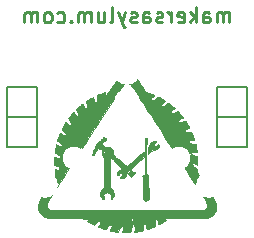
<source format=gbo>
G04 #@! TF.FileFunction,Legend,Bot*
%FSLAX46Y46*%
G04 Gerber Fmt 4.6, Leading zero omitted, Abs format (unit mm)*
G04 Created by KiCad (PCBNEW 4.0.2-4+6225~38~ubuntu15.04.1-stable) date Thu Mar  3 13:07:03 2016*
%MOMM*%
G01*
G04 APERTURE LIST*
%ADD10C,0.050800*%
%ADD11C,0.254000*%
%ADD12C,0.150000*%
%ADD13C,0.010000*%
%ADD14C,1.670000*%
%ADD15C,2.432000*%
%ADD16C,6.496000*%
%ADD17C,2.178000*%
%ADD18C,1.600000*%
%ADD19C,1.924000*%
G04 APERTURE END LIST*
D10*
D11*
X21378332Y23936476D02*
X21378332Y24783143D01*
X21378332Y24662190D02*
X21317856Y24722667D01*
X21196903Y24783143D01*
X21015475Y24783143D01*
X20894523Y24722667D01*
X20834046Y24601714D01*
X20834046Y23936476D01*
X20834046Y24601714D02*
X20773570Y24722667D01*
X20652618Y24783143D01*
X20471189Y24783143D01*
X20350237Y24722667D01*
X20289761Y24601714D01*
X20289761Y23936476D01*
X19140713Y23936476D02*
X19140713Y24601714D01*
X19201190Y24722667D01*
X19322142Y24783143D01*
X19564047Y24783143D01*
X19684999Y24722667D01*
X19140713Y23996952D02*
X19261666Y23936476D01*
X19564047Y23936476D01*
X19684999Y23996952D01*
X19745475Y24117905D01*
X19745475Y24238857D01*
X19684999Y24359810D01*
X19564047Y24420286D01*
X19261666Y24420286D01*
X19140713Y24480762D01*
X18535951Y23936476D02*
X18535951Y25206476D01*
X18414999Y24420286D02*
X18052142Y23936476D01*
X18052142Y24783143D02*
X18535951Y24299333D01*
X17024047Y23996952D02*
X17144999Y23936476D01*
X17386904Y23936476D01*
X17507856Y23996952D01*
X17568332Y24117905D01*
X17568332Y24601714D01*
X17507856Y24722667D01*
X17386904Y24783143D01*
X17144999Y24783143D01*
X17024047Y24722667D01*
X16963570Y24601714D01*
X16963570Y24480762D01*
X17568332Y24359810D01*
X16419285Y23936476D02*
X16419285Y24783143D01*
X16419285Y24541238D02*
X16358809Y24662190D01*
X16298333Y24722667D01*
X16177380Y24783143D01*
X16056428Y24783143D01*
X15693571Y23996952D02*
X15572619Y23936476D01*
X15330714Y23936476D01*
X15209762Y23996952D01*
X15149286Y24117905D01*
X15149286Y24178381D01*
X15209762Y24299333D01*
X15330714Y24359810D01*
X15512143Y24359810D01*
X15633095Y24420286D01*
X15693571Y24541238D01*
X15693571Y24601714D01*
X15633095Y24722667D01*
X15512143Y24783143D01*
X15330714Y24783143D01*
X15209762Y24722667D01*
X14060714Y23936476D02*
X14060714Y24601714D01*
X14121191Y24722667D01*
X14242143Y24783143D01*
X14484048Y24783143D01*
X14605000Y24722667D01*
X14060714Y23996952D02*
X14181667Y23936476D01*
X14484048Y23936476D01*
X14605000Y23996952D01*
X14665476Y24117905D01*
X14665476Y24238857D01*
X14605000Y24359810D01*
X14484048Y24420286D01*
X14181667Y24420286D01*
X14060714Y24480762D01*
X13516428Y23996952D02*
X13395476Y23936476D01*
X13153571Y23936476D01*
X13032619Y23996952D01*
X12972143Y24117905D01*
X12972143Y24178381D01*
X13032619Y24299333D01*
X13153571Y24359810D01*
X13335000Y24359810D01*
X13455952Y24420286D01*
X13516428Y24541238D01*
X13516428Y24601714D01*
X13455952Y24722667D01*
X13335000Y24783143D01*
X13153571Y24783143D01*
X13032619Y24722667D01*
X12548809Y24783143D02*
X12246428Y23936476D01*
X11944048Y24783143D02*
X12246428Y23936476D01*
X12367381Y23634095D01*
X12427857Y23573619D01*
X12548809Y23513143D01*
X11278809Y23936476D02*
X11399762Y23996952D01*
X11460238Y24117905D01*
X11460238Y25206476D01*
X10250714Y24783143D02*
X10250714Y23936476D01*
X10795000Y24783143D02*
X10795000Y24117905D01*
X10734524Y23996952D01*
X10613571Y23936476D01*
X10432143Y23936476D01*
X10311191Y23996952D01*
X10250714Y24057429D01*
X9645952Y23936476D02*
X9645952Y24783143D01*
X9645952Y24662190D02*
X9585476Y24722667D01*
X9464523Y24783143D01*
X9283095Y24783143D01*
X9162143Y24722667D01*
X9101666Y24601714D01*
X9101666Y23936476D01*
X9101666Y24601714D02*
X9041190Y24722667D01*
X8920238Y24783143D01*
X8738809Y24783143D01*
X8617857Y24722667D01*
X8557381Y24601714D01*
X8557381Y23936476D01*
X7952619Y24057429D02*
X7892143Y23996952D01*
X7952619Y23936476D01*
X8013095Y23996952D01*
X7952619Y24057429D01*
X7952619Y23936476D01*
X6803571Y23996952D02*
X6924524Y23936476D01*
X7166428Y23936476D01*
X7287381Y23996952D01*
X7347857Y24057429D01*
X7408333Y24178381D01*
X7408333Y24541238D01*
X7347857Y24662190D01*
X7287381Y24722667D01*
X7166428Y24783143D01*
X6924524Y24783143D01*
X6803571Y24722667D01*
X6077857Y23936476D02*
X6198810Y23996952D01*
X6259286Y24057429D01*
X6319762Y24178381D01*
X6319762Y24541238D01*
X6259286Y24662190D01*
X6198810Y24722667D01*
X6077857Y24783143D01*
X5896429Y24783143D01*
X5775477Y24722667D01*
X5715000Y24662190D01*
X5654524Y24541238D01*
X5654524Y24178381D01*
X5715000Y24057429D01*
X5775477Y23996952D01*
X5896429Y23936476D01*
X6077857Y23936476D01*
X5110238Y23936476D02*
X5110238Y24783143D01*
X5110238Y24662190D02*
X5049762Y24722667D01*
X4928809Y24783143D01*
X4747381Y24783143D01*
X4626429Y24722667D01*
X4565952Y24601714D01*
X4565952Y23936476D01*
X4565952Y24601714D02*
X4505476Y24722667D01*
X4384524Y24783143D01*
X4203095Y24783143D01*
X4082143Y24722667D01*
X4021667Y24601714D01*
X4021667Y23936476D01*
D12*
X2540000Y18415000D02*
X5080000Y18415000D01*
X5080000Y18415000D02*
X5080000Y15875000D01*
X5080000Y15875000D02*
X2540000Y15875000D01*
X2540000Y15875000D02*
X2540000Y18415000D01*
X2540000Y15875000D02*
X5080000Y15875000D01*
X5080000Y15875000D02*
X5080000Y13335000D01*
X5080000Y13335000D02*
X2540000Y13335000D01*
X2540000Y13335000D02*
X2540000Y15875000D01*
X22860000Y15875000D02*
X20320000Y15875000D01*
X20320000Y15875000D02*
X20320000Y18415000D01*
X20320000Y18415000D02*
X22860000Y18415000D01*
X22860000Y18415000D02*
X22860000Y15875000D01*
X22860000Y13335000D02*
X20320000Y13335000D01*
X20320000Y13335000D02*
X20320000Y15875000D01*
X20320000Y15875000D02*
X22860000Y15875000D01*
X22860000Y15875000D02*
X22860000Y13335000D01*
D13*
G36*
X12550297Y19477797D02*
X12465014Y19460761D01*
X12379081Y19432234D01*
X12309854Y19402856D01*
X12179037Y19331525D01*
X12046437Y19236503D01*
X11916646Y19121593D01*
X11794255Y18990596D01*
X11755844Y18943950D01*
X11732851Y18912766D01*
X11696496Y18860449D01*
X11648556Y18789683D01*
X11590811Y18703153D01*
X11525039Y18603541D01*
X11453018Y18493532D01*
X11376527Y18375810D01*
X11297343Y18253060D01*
X11274778Y18217914D01*
X10872611Y17590872D01*
X10864819Y18020242D01*
X10826382Y18011008D01*
X10787128Y17999722D01*
X10727422Y17980262D01*
X10653103Y17954711D01*
X10570009Y17925152D01*
X10483982Y17893667D01*
X10400860Y17862338D01*
X10326484Y17833249D01*
X10315222Y17828714D01*
X10167056Y17768744D01*
X10167681Y17665011D01*
X10168560Y17603593D01*
X10170384Y17526736D01*
X10172830Y17447194D01*
X10174079Y17413111D01*
X10175553Y17333141D01*
X10171711Y17276048D01*
X10161039Y17236745D01*
X10142022Y17210144D01*
X10113146Y17191159D01*
X10107180Y17188338D01*
X10068957Y17177505D01*
X10026535Y17173222D01*
X9989011Y17178377D01*
X9958873Y17196030D01*
X9934253Y17229470D01*
X9913280Y17281981D01*
X9894084Y17356851D01*
X9879306Y17431978D01*
X9866604Y17498817D01*
X9854945Y17554280D01*
X9845505Y17593170D01*
X9839459Y17610294D01*
X9838870Y17610667D01*
X9821972Y17603799D01*
X9785219Y17584839D01*
X9732936Y17556250D01*
X9669448Y17520495D01*
X9599079Y17480039D01*
X9526154Y17437343D01*
X9454996Y17394873D01*
X9389931Y17355091D01*
X9386683Y17353072D01*
X9328299Y17315391D01*
X9280386Y17281865D01*
X9247206Y17255678D01*
X9233024Y17240014D01*
X9232900Y17238229D01*
X9238062Y17219777D01*
X9248629Y17178928D01*
X9263328Y17120705D01*
X9280885Y17050130D01*
X9292640Y17002411D01*
X9312909Y16918500D01*
X9326656Y16857078D01*
X9334519Y16813340D01*
X9337142Y16782477D01*
X9335164Y16759683D01*
X9329228Y16740151D01*
X9328018Y16737163D01*
X9296681Y16692470D01*
X9250864Y16663288D01*
X9198513Y16651608D01*
X9147573Y16659420D01*
X9111330Y16682861D01*
X9094343Y16708215D01*
X9071253Y16753822D01*
X9045085Y16813230D01*
X9018864Y16879988D01*
X9018706Y16880417D01*
X8994757Y16943291D01*
X8973593Y16995219D01*
X8957370Y17031162D01*
X8948242Y17046081D01*
X8947788Y17046222D01*
X8931668Y17037438D01*
X8898333Y17013266D01*
X8851744Y16976975D01*
X8795861Y16931837D01*
X8734643Y16881120D01*
X8672051Y16828094D01*
X8612046Y16776031D01*
X8558586Y16728198D01*
X8526648Y16698478D01*
X8410240Y16587611D01*
X8501499Y16383000D01*
X8542924Y16287000D01*
X8571485Y16212056D01*
X8587814Y16154440D01*
X8592541Y16110421D01*
X8586298Y16076271D01*
X8569716Y16048258D01*
X8559966Y16037572D01*
X8516704Y16008509D01*
X8464838Y15993274D01*
X8415903Y15994457D01*
X8397720Y16001139D01*
X8379730Y16018870D01*
X8351602Y16056083D01*
X8316954Y16107615D01*
X8279403Y16168304D01*
X8273121Y16178939D01*
X8237073Y16238302D01*
X8205064Y16287152D01*
X8180128Y16321131D01*
X8165302Y16335883D01*
X8163637Y16336097D01*
X8148694Y16323594D01*
X8119267Y16293032D01*
X8078669Y16248253D01*
X8030213Y16193100D01*
X7977214Y16131417D01*
X7922984Y16067045D01*
X7870838Y16003828D01*
X7824089Y15945609D01*
X7798143Y15912237D01*
X7715231Y15803716D01*
X7843663Y15610052D01*
X7900083Y15523127D01*
X7940819Y15455151D01*
X7967234Y15402576D01*
X7980686Y15361855D01*
X7982535Y15329442D01*
X7974142Y15301790D01*
X7966763Y15288996D01*
X7930236Y15251601D01*
X7881935Y15225175D01*
X7832860Y15214856D01*
X7812681Y15217025D01*
X7787276Y15232223D01*
X7748118Y15267050D01*
X7698341Y15318522D01*
X7655196Y15367095D01*
X7609200Y15419450D01*
X7569182Y15463002D01*
X7538953Y15493750D01*
X7522322Y15507692D01*
X7520971Y15508111D01*
X7509369Y15496456D01*
X7486611Y15464271D01*
X7455198Y15415723D01*
X7417628Y15354982D01*
X7376401Y15286215D01*
X7334015Y15213590D01*
X7292972Y15141277D01*
X7255769Y15073444D01*
X7225205Y15014851D01*
X7166941Y14898969D01*
X7324053Y14736787D01*
X7395085Y14661898D01*
X7447193Y14602651D01*
X7482419Y14555792D01*
X7502805Y14518070D01*
X7510391Y14486232D01*
X7507220Y14457026D01*
X7504715Y14448969D01*
X7474748Y14396978D01*
X7430185Y14360421D01*
X7378731Y14345438D01*
X7374713Y14345356D01*
X7350906Y14348618D01*
X7323367Y14360237D01*
X7287731Y14382959D01*
X7239636Y14419534D01*
X7181514Y14467049D01*
X7127215Y14511215D01*
X7080516Y14547284D01*
X7045669Y14572112D01*
X7026929Y14582555D01*
X7025231Y14582534D01*
X7015526Y14566535D01*
X6998473Y14528345D01*
X6975732Y14472519D01*
X6948964Y14403611D01*
X6919830Y14326176D01*
X6889991Y14244769D01*
X6861106Y14163945D01*
X6834838Y14088258D01*
X6812845Y14022263D01*
X6796790Y13970515D01*
X6788332Y13937568D01*
X6787445Y13930350D01*
X6798185Y13918711D01*
X6827825Y13893516D01*
X6872495Y13857883D01*
X6928325Y13814929D01*
X6964054Y13788071D01*
X7027430Y13739888D01*
X7084548Y13694741D01*
X7130656Y13656514D01*
X7161003Y13629090D01*
X7168665Y13620792D01*
X7193603Y13570150D01*
X7190405Y13517450D01*
X7159080Y13462766D01*
X7152872Y13455436D01*
X7124453Y13427329D01*
X7095918Y13411373D01*
X7062891Y13408227D01*
X7020994Y13418548D01*
X6965848Y13442994D01*
X6893078Y13482224D01*
X6863827Y13498884D01*
X6803593Y13532921D01*
X6752751Y13560610D01*
X6715935Y13579507D01*
X6697777Y13587166D01*
X6696725Y13587078D01*
X6691130Y13570012D01*
X6682200Y13530140D01*
X6670710Y13472066D01*
X6657431Y13400392D01*
X6643137Y13319720D01*
X6628602Y13234653D01*
X6614598Y13149793D01*
X6601899Y13069743D01*
X6591278Y12999104D01*
X6583508Y12942480D01*
X6579362Y12904473D01*
X6579571Y12889716D01*
X6592606Y12882821D01*
X6626645Y12865371D01*
X6677486Y12839506D01*
X6740926Y12807365D01*
X6794500Y12780299D01*
X6879609Y12736439D01*
X6942382Y12701723D01*
X6986317Y12673936D01*
X7014913Y12650860D01*
X7031669Y12630280D01*
X7031895Y12629900D01*
X7049858Y12574796D01*
X7040042Y12519124D01*
X7005964Y12468282D01*
X6982094Y12445980D01*
X6956974Y12432813D01*
X6925953Y12429126D01*
X6884381Y12435262D01*
X6827608Y12451565D01*
X6750984Y12478379D01*
X6721219Y12489344D01*
X6660413Y12511517D01*
X6609205Y12529469D01*
X6573444Y12541197D01*
X6559431Y12544778D01*
X6556172Y12531285D01*
X6553541Y12493271D01*
X6551627Y12434431D01*
X6550519Y12358460D01*
X6550309Y12269054D01*
X6550841Y12190736D01*
X6554611Y11836694D01*
X6777868Y11769419D01*
X6854125Y11745624D01*
X6921681Y11723010D01*
X6975513Y11703380D01*
X7010594Y11688535D01*
X7021085Y11682185D01*
X7028705Y11669627D01*
X7027020Y11651731D01*
X7014034Y11623337D01*
X6987751Y11579287D01*
X6971173Y11553168D01*
X6939410Y11505375D01*
X6912583Y11468284D01*
X6894647Y11447211D01*
X6890234Y11444343D01*
X6872505Y11446821D01*
X6833378Y11453326D01*
X6779208Y11462780D01*
X6734528Y11470794D01*
X6589889Y11497013D01*
X6589889Y11454521D01*
X6592180Y11424352D01*
X6598421Y11373450D01*
X6607664Y11308878D01*
X6618961Y11237697D01*
X6619175Y11236409D01*
X6629758Y11167928D01*
X6637370Y11108581D01*
X6641344Y11064420D01*
X6641010Y11041498D01*
X6640779Y11040767D01*
X6632180Y11026009D01*
X6609570Y10989257D01*
X6574092Y10932325D01*
X6526890Y10857029D01*
X6469106Y10765182D01*
X6401886Y10658599D01*
X6326371Y10539094D01*
X6243707Y10408480D01*
X6155035Y10268574D01*
X6061501Y10121188D01*
X6016677Y10050623D01*
X5892324Y9854622D01*
X5782343Y9680534D01*
X5685732Y9526604D01*
X5601489Y9391078D01*
X5528613Y9272199D01*
X5466103Y9168214D01*
X5412956Y9077367D01*
X5368172Y8997904D01*
X5330748Y8928070D01*
X5299682Y8866109D01*
X5273975Y8810268D01*
X5252623Y8758790D01*
X5234625Y8709922D01*
X5218980Y8661909D01*
X5213305Y8643056D01*
X5188097Y8533953D01*
X5172145Y8413996D01*
X5165914Y8292364D01*
X5169873Y8178232D01*
X5184488Y8080779D01*
X5184664Y8080029D01*
X5233565Y7930351D01*
X5306138Y7795905D01*
X5402181Y7676874D01*
X5521492Y7573440D01*
X5663867Y7485786D01*
X5829104Y7414096D01*
X5971575Y7369944D01*
X6117167Y7331528D01*
X7815889Y7324069D01*
X9514612Y7316611D01*
X9405625Y7225360D01*
X9296637Y7134109D01*
X9329601Y7107416D01*
X9362041Y7084398D01*
X9413923Y7051313D01*
X9479777Y7011358D01*
X9554133Y6967731D01*
X9631520Y6923626D01*
X9706470Y6882241D01*
X9773511Y6846771D01*
X9789889Y6838452D01*
X9914483Y6775877D01*
X10085089Y6936646D01*
X10144851Y6991720D01*
X10200220Y7040465D01*
X10246855Y7079230D01*
X10280415Y7104363D01*
X10293189Y7111671D01*
X10340386Y7116108D01*
X10391369Y7100382D01*
X10435387Y7068518D01*
X10447434Y7053906D01*
X10465849Y7020868D01*
X10471725Y6988004D01*
X10463539Y6951140D01*
X10439769Y6906104D01*
X10398891Y6848721D01*
X10350500Y6788267D01*
X10306291Y6733925D01*
X10269427Y6687378D01*
X10243232Y6652918D01*
X10231033Y6634837D01*
X10230556Y6633441D01*
X10243198Y6624357D01*
X10278213Y6608102D01*
X10331235Y6586234D01*
X10397899Y6560314D01*
X10473840Y6531901D01*
X10554691Y6502553D01*
X10636087Y6473830D01*
X10713662Y6447291D01*
X10783051Y6424496D01*
X10839887Y6407003D01*
X10879805Y6396372D01*
X10898440Y6394162D01*
X10899133Y6394657D01*
X10923373Y6429921D01*
X10958292Y6477854D01*
X11000369Y6533933D01*
X11046086Y6593635D01*
X11091923Y6652437D01*
X11134358Y6705816D01*
X11169874Y6749250D01*
X11194949Y6778214D01*
X11205203Y6787969D01*
X11237533Y6797809D01*
X11275261Y6801556D01*
X11315629Y6790667D01*
X11357715Y6763057D01*
X11393190Y6726307D01*
X11413723Y6687999D01*
X11415889Y6673545D01*
X11409020Y6649576D01*
X11390262Y6607243D01*
X11362390Y6552294D01*
X11328181Y6490480D01*
X11324167Y6483537D01*
X11289747Y6423260D01*
X11261217Y6371387D01*
X11241272Y6332959D01*
X11232605Y6313018D01*
X11232445Y6311932D01*
X11245948Y6303386D01*
X11284498Y6291766D01*
X11345153Y6277632D01*
X11424973Y6261546D01*
X11521017Y6244068D01*
X11630343Y6225759D01*
X11750013Y6207181D01*
X11877083Y6188895D01*
X11878357Y6188719D01*
X11924548Y6182334D01*
X12029351Y6391592D01*
X12078753Y6486921D01*
X12120062Y6558524D01*
X12155304Y6609021D01*
X12186503Y6641031D01*
X12215685Y6657173D01*
X12237164Y6660444D01*
X12283480Y6650186D01*
X12329277Y6623806D01*
X12366588Y6587894D01*
X12387445Y6549040D01*
X12389399Y6534513D01*
X12384560Y6506951D01*
X12371559Y6460031D01*
X12352471Y6400694D01*
X12332954Y6345533D01*
X12310549Y6283096D01*
X12292374Y6229248D01*
X12280432Y6190136D01*
X12276667Y6172671D01*
X12280451Y6166297D01*
X12293829Y6161377D01*
X12319839Y6157735D01*
X12361519Y6155197D01*
X12421908Y6153587D01*
X12504042Y6152729D01*
X12610960Y6152448D01*
X12626943Y6152444D01*
X12977219Y6152444D01*
X13038201Y6360583D01*
X13061131Y6436488D01*
X13083329Y6505759D01*
X13102792Y6562438D01*
X13117516Y6600565D01*
X13122034Y6610030D01*
X13129105Y6624797D01*
X13133860Y6642007D01*
X13136165Y6665419D01*
X13135887Y6698791D01*
X13132892Y6745880D01*
X13127048Y6810443D01*
X13118221Y6896240D01*
X13108784Y6983974D01*
X13072684Y7316611D01*
X13134803Y7320974D01*
X13173291Y7322719D01*
X13197623Y7322012D01*
X13201272Y7320974D01*
X13203997Y7306306D01*
X13209233Y7267615D01*
X13216487Y7208936D01*
X13225268Y7134309D01*
X13235084Y7047770D01*
X13240199Y7001547D01*
X13274775Y6686482D01*
X13326054Y6644214D01*
X13349404Y6623569D01*
X13365139Y6603342D01*
X13373658Y6578616D01*
X13375355Y6544475D01*
X13370630Y6496002D01*
X13359877Y6428280D01*
X13348606Y6364732D01*
X13337843Y6301062D01*
X13330221Y6248145D01*
X13326486Y6211786D01*
X13327134Y6197941D01*
X13344465Y6196263D01*
X13384714Y6199271D01*
X13443112Y6206181D01*
X13514890Y6216209D01*
X13595279Y6228569D01*
X13679510Y6242478D01*
X13762813Y6257151D01*
X13840421Y6271802D01*
X13907564Y6285649D01*
X13959473Y6297906D01*
X13988891Y6306802D01*
X14000917Y6313255D01*
X14010291Y6325050D01*
X14018041Y6346460D01*
X14025193Y6381756D01*
X14032774Y6435210D01*
X14041812Y6511095D01*
X14045210Y6541082D01*
X14057862Y6643279D01*
X14070488Y6720940D01*
X14084168Y6777728D01*
X14099982Y6817309D01*
X14119011Y6843346D01*
X14138552Y6857582D01*
X14192511Y6872046D01*
X14251214Y6865681D01*
X14302113Y6839964D01*
X14304352Y6838089D01*
X14319978Y6823891D01*
X14330948Y6809309D01*
X14338230Y6789258D01*
X14342787Y6758649D01*
X14345587Y6712395D01*
X14347594Y6645407D01*
X14348539Y6605256D01*
X14350860Y6534016D01*
X14354098Y6474079D01*
X14357881Y6430479D01*
X14361837Y6408247D01*
X14363238Y6406444D01*
X14386398Y6411349D01*
X14431088Y6424922D01*
X14492687Y6445453D01*
X14566572Y6471233D01*
X14648122Y6500551D01*
X14732713Y6531697D01*
X14815724Y6562961D01*
X14892532Y6592633D01*
X14958516Y6619002D01*
X15009053Y6640358D01*
X15039521Y6654992D01*
X15045320Y6658808D01*
X15047753Y6675171D01*
X15048099Y6714752D01*
X15046473Y6772635D01*
X15042991Y6843901D01*
X15039725Y6896001D01*
X15033768Y6996767D01*
X15031889Y7073512D01*
X15034808Y7130234D01*
X15043243Y7170935D01*
X15057911Y7199613D01*
X15079531Y7220268D01*
X15100176Y7232610D01*
X15156443Y7251318D01*
X15210581Y7244758D01*
X15239526Y7232190D01*
X15260847Y7218181D01*
X15277778Y7198056D01*
X15291955Y7167344D01*
X15305012Y7121572D01*
X15318582Y7056268D01*
X15332442Y6977944D01*
X15343603Y6917329D01*
X15354469Y6867109D01*
X15363526Y6833860D01*
X15367776Y6824410D01*
X15384598Y6825911D01*
X15422534Y6841242D01*
X15478943Y6868993D01*
X15551186Y6907753D01*
X15636623Y6956112D01*
X15732614Y7012660D01*
X15822712Y7067455D01*
X15885416Y7105866D01*
X15927979Y7133542D01*
X15953533Y7155709D01*
X15965209Y7177595D01*
X15966139Y7204429D01*
X15959457Y7241437D01*
X15950847Y7281333D01*
X15942028Y7323667D01*
X17557666Y7323667D01*
X17813750Y7323673D01*
X18043292Y7323734D01*
X18247973Y7323912D01*
X18429473Y7324266D01*
X18589472Y7324860D01*
X18729650Y7325756D01*
X18851689Y7327013D01*
X18957268Y7328695D01*
X19048067Y7330863D01*
X19125767Y7333579D01*
X19192049Y7336904D01*
X19248592Y7340899D01*
X19297077Y7345628D01*
X19339185Y7351150D01*
X19376596Y7357528D01*
X19410989Y7364824D01*
X19444046Y7373098D01*
X19477447Y7382414D01*
X19512872Y7392832D01*
X19522722Y7395758D01*
X19681202Y7455371D01*
X19824218Y7534516D01*
X19949643Y7631157D01*
X20055347Y7743258D01*
X20139201Y7868780D01*
X20199076Y8005688D01*
X20214371Y8057444D01*
X20224955Y8106660D01*
X20231242Y8159744D01*
X20233674Y8223954D01*
X20232699Y8306550D01*
X20231685Y8339667D01*
X20223681Y8464101D01*
X20221937Y8475928D01*
X19506271Y8475928D01*
X19505623Y8383245D01*
X19501179Y8358908D01*
X19465685Y8259113D01*
X19407803Y8176257D01*
X19327975Y8110690D01*
X19226643Y8062763D01*
X19104252Y8032826D01*
X19085278Y8030065D01*
X19063462Y8029026D01*
X19014532Y8028028D01*
X18939587Y8027072D01*
X18839730Y8026158D01*
X18716060Y8025286D01*
X18569680Y8024455D01*
X18401690Y8023667D01*
X18213191Y8022919D01*
X18005284Y8022214D01*
X17779070Y8021550D01*
X17535651Y8020928D01*
X17276126Y8020347D01*
X17001597Y8019808D01*
X16713165Y8019310D01*
X16411931Y8018854D01*
X16098997Y8018440D01*
X15775462Y8018067D01*
X15442428Y8017736D01*
X15100996Y8017446D01*
X14752267Y8017198D01*
X14397342Y8016991D01*
X14037321Y8016825D01*
X13673307Y8016701D01*
X13306400Y8016618D01*
X12937700Y8016577D01*
X12568309Y8016577D01*
X12199328Y8016619D01*
X11831858Y8016702D01*
X11467000Y8016826D01*
X11105855Y8016992D01*
X10749523Y8017198D01*
X10399106Y8017446D01*
X10055705Y8017736D01*
X9720421Y8018066D01*
X9394354Y8018438D01*
X9078606Y8018851D01*
X8774278Y8019306D01*
X8482470Y8019801D01*
X8204285Y8020338D01*
X7940821Y8020915D01*
X7693182Y8021534D01*
X7462467Y8022194D01*
X7249778Y8022895D01*
X7056215Y8023638D01*
X6882881Y8024421D01*
X6730874Y8025245D01*
X6601297Y8026110D01*
X6495251Y8027017D01*
X6413837Y8027964D01*
X6358155Y8028952D01*
X6329306Y8029982D01*
X6326327Y8030257D01*
X6258899Y8043029D01*
X6189318Y8061788D01*
X6134093Y8081893D01*
X6062492Y8123901D01*
X5997520Y8180417D01*
X5946098Y8244290D01*
X5915220Y8308117D01*
X5899860Y8405248D01*
X5907319Y8511998D01*
X5936559Y8622905D01*
X5986545Y8732508D01*
X6000248Y8755944D01*
X6010816Y8772657D01*
X6036114Y8812317D01*
X6075627Y8874121D01*
X6128841Y8957268D01*
X6195240Y9060952D01*
X6274310Y9184373D01*
X6365536Y9326726D01*
X6468402Y9487210D01*
X6582394Y9665020D01*
X6706997Y9859355D01*
X6841695Y10069410D01*
X6985975Y10294384D01*
X7139320Y10533474D01*
X7301217Y10785876D01*
X7471150Y11050787D01*
X7648604Y11327406D01*
X7833065Y11614928D01*
X8024017Y11912551D01*
X8220945Y12219471D01*
X8423335Y12534887D01*
X8630672Y12857995D01*
X8842440Y13187992D01*
X9058125Y13524076D01*
X9149358Y13666232D01*
X9422644Y14092003D01*
X9681078Y14494534D01*
X9925007Y14874362D01*
X10154781Y15232026D01*
X10370748Y15568064D01*
X10573255Y15883014D01*
X10762653Y16177414D01*
X10939289Y16451803D01*
X11103511Y16706719D01*
X11255668Y16942700D01*
X11396109Y17160284D01*
X11525182Y17360009D01*
X11643235Y17542413D01*
X11750617Y17708035D01*
X11847676Y17857413D01*
X11934761Y17991085D01*
X12012219Y18109589D01*
X12080401Y18213463D01*
X12139653Y18303246D01*
X12190325Y18379475D01*
X12232764Y18442690D01*
X12267320Y18493427D01*
X12294341Y18532225D01*
X12314174Y18559623D01*
X12327170Y18576159D01*
X12330867Y18580187D01*
X12384867Y18626378D01*
X12448928Y18671360D01*
X12499195Y18700149D01*
X12605946Y18738009D01*
X12714504Y18748407D01*
X12822677Y18731822D01*
X12928274Y18688728D01*
X13029106Y18619603D01*
X13078315Y18574151D01*
X13088588Y18561991D01*
X13105151Y18539819D01*
X13128365Y18507080D01*
X13158588Y18463217D01*
X13196181Y18407678D01*
X13241502Y18339907D01*
X13294910Y18259349D01*
X13356765Y18165449D01*
X13427427Y18057653D01*
X13507254Y17935405D01*
X13596605Y17798152D01*
X13695841Y17645338D01*
X13805320Y17476408D01*
X13925401Y17290808D01*
X14056445Y17087982D01*
X14198810Y16867377D01*
X14352855Y16628437D01*
X14518940Y16370607D01*
X14697424Y16093333D01*
X14888667Y15796060D01*
X15093027Y15478233D01*
X15310864Y15139297D01*
X15542537Y14778697D01*
X15788406Y14395879D01*
X16048830Y13990288D01*
X16270202Y13645444D01*
X16487741Y13306486D01*
X16701620Y12973119D01*
X16911324Y12646152D01*
X17116333Y12326394D01*
X17316132Y12014657D01*
X17510203Y11711748D01*
X17698028Y11418478D01*
X17879091Y11135656D01*
X18052873Y10864093D01*
X18218859Y10604596D01*
X18376530Y10357978D01*
X18525369Y10125045D01*
X18664859Y9906610D01*
X18794483Y9703480D01*
X18913724Y9516466D01*
X19022063Y9346378D01*
X19118985Y9194024D01*
X19203971Y9060215D01*
X19276505Y8945760D01*
X19336068Y8851469D01*
X19382145Y8778151D01*
X19414217Y8726617D01*
X19431767Y8697674D01*
X19434687Y8692444D01*
X19482743Y8578406D01*
X19506271Y8475928D01*
X20221937Y8475928D01*
X20207262Y8575393D01*
X20180221Y8681779D01*
X20140346Y8791490D01*
X20085426Y8912760D01*
X20068788Y8946444D01*
X20049135Y8982451D01*
X20015497Y9040215D01*
X19969115Y9117730D01*
X19911230Y9212989D01*
X19843081Y9323989D01*
X19765911Y9448721D01*
X19680959Y9585182D01*
X19589467Y9731364D01*
X19492676Y9885262D01*
X19391825Y10044870D01*
X19293709Y10199453D01*
X18599880Y11290184D01*
X18616184Y11412038D01*
X18623196Y11476354D01*
X18624421Y11519527D01*
X18619791Y11538486D01*
X18618994Y11538936D01*
X18601437Y11547321D01*
X18564979Y11565860D01*
X18515640Y11591466D01*
X18479471Y11610461D01*
X18424019Y11640271D01*
X18384596Y11664600D01*
X18354600Y11689716D01*
X18327431Y11721891D01*
X18296485Y11767393D01*
X18269381Y11809996D01*
X18185321Y11943048D01*
X18217057Y11968746D01*
X18241342Y11984359D01*
X18269021Y11991634D01*
X18304881Y11989979D01*
X18353709Y11978797D01*
X18420293Y11957494D01*
X18480781Y11935967D01*
X18543547Y11914210D01*
X18596591Y11897877D01*
X18634423Y11888517D01*
X18651551Y11887676D01*
X18651680Y11887791D01*
X18654710Y11904407D01*
X18657207Y11944448D01*
X18659164Y12003129D01*
X18660577Y12075663D01*
X18661440Y12157263D01*
X18661750Y12243143D01*
X18661501Y12328517D01*
X18660688Y12408597D01*
X18659305Y12478599D01*
X18657349Y12533735D01*
X18654814Y12569220D01*
X18652400Y12580207D01*
X18636173Y12587335D01*
X18597774Y12600666D01*
X18542147Y12618586D01*
X18474237Y12639478D01*
X18436546Y12650734D01*
X18362045Y12673456D01*
X18295200Y12695135D01*
X18241656Y12713843D01*
X18207061Y12727653D01*
X18199145Y12731777D01*
X18184244Y12738974D01*
X18163634Y12743048D01*
X18132849Y12743907D01*
X18087421Y12741461D01*
X18022883Y12735618D01*
X17935899Y12726411D01*
X17858547Y12718132D01*
X17791837Y12711349D01*
X17740444Y12706509D01*
X17709043Y12704059D01*
X17701437Y12704027D01*
X17682014Y12732645D01*
X17661549Y12767259D01*
X17644414Y12799749D01*
X17634976Y12821996D01*
X17635184Y12827130D01*
X17652079Y12828661D01*
X17692279Y12832828D01*
X17751047Y12839123D01*
X17823641Y12847040D01*
X17892659Y12854663D01*
X17996590Y12867190D01*
X18073408Y12878655D01*
X18122771Y12888999D01*
X18144339Y12898160D01*
X18145216Y12899593D01*
X18168604Y12935431D01*
X18206954Y12965754D01*
X18248149Y12981578D01*
X18256669Y12982222D01*
X18286738Y12979756D01*
X18337045Y12973075D01*
X18400109Y12963252D01*
X18456713Y12953495D01*
X18520197Y12942607D01*
X18572725Y12934626D01*
X18608563Y12930353D01*
X18621881Y12930399D01*
X18622681Y12946784D01*
X18618978Y12986269D01*
X18611483Y13044220D01*
X18600907Y13116001D01*
X18587960Y13196977D01*
X18573354Y13282512D01*
X18557798Y13367971D01*
X18543606Y13440833D01*
X18506528Y13624278D01*
X18280847Y13649899D01*
X18179292Y13662522D01*
X18102005Y13675176D01*
X18045065Y13689202D01*
X18004549Y13705940D01*
X17976533Y13726734D01*
X17957096Y13752923D01*
X17952236Y13762271D01*
X17941438Y13798820D01*
X17945512Y13841750D01*
X17949227Y13856715D01*
X17962152Y13892628D01*
X17981477Y13918836D01*
X18011347Y13936799D01*
X18055910Y13947978D01*
X18119311Y13953833D01*
X18205697Y13955824D01*
X18230855Y13955889D01*
X18299237Y13956185D01*
X18356118Y13956995D01*
X18396268Y13958201D01*
X18414458Y13959688D01*
X18415000Y13960004D01*
X18410366Y13978260D01*
X18397620Y14018079D01*
X18378497Y14074576D01*
X18354733Y14142865D01*
X18328060Y14218061D01*
X18300216Y14295278D01*
X18272934Y14369630D01*
X18247949Y14436232D01*
X18226996Y14490199D01*
X18224663Y14496024D01*
X18157756Y14662214D01*
X18028850Y14652319D01*
X17949936Y14647397D01*
X17860487Y14643527D01*
X17778188Y14641455D01*
X17768290Y14641351D01*
X17706231Y14641269D01*
X17665592Y14643300D01*
X17639577Y14649021D01*
X17621387Y14660014D01*
X17604227Y14677855D01*
X17602484Y14679870D01*
X17574234Y14731789D01*
X17568498Y14789822D01*
X17585399Y14844656D01*
X17600084Y14865424D01*
X17618954Y14882688D01*
X17644870Y14896367D01*
X17683648Y14908453D01*
X17741106Y14920940D01*
X17787056Y14929469D01*
X17871747Y14944108D01*
X17931760Y14955114D01*
X17969776Y14965782D01*
X17988475Y14979406D01*
X17990539Y14999279D01*
X17978649Y15028696D01*
X17955485Y15070950D01*
X17933971Y15109978D01*
X17895731Y15179248D01*
X17853021Y15253546D01*
X17808414Y15328731D01*
X17764485Y15400660D01*
X17723809Y15465190D01*
X17688960Y15518177D01*
X17662512Y15555479D01*
X17647039Y15572954D01*
X17645889Y15573585D01*
X17627481Y15572479D01*
X17586863Y15565559D01*
X17529204Y15553841D01*
X17459679Y15538346D01*
X17422713Y15529651D01*
X17346376Y15512055D01*
X17276571Y15497192D01*
X17219385Y15486268D01*
X17180904Y15480491D01*
X17171720Y15479889D01*
X17123474Y15492707D01*
X17081692Y15526016D01*
X17053723Y15572099D01*
X17046222Y15611705D01*
X17047296Y15647921D01*
X17052947Y15676064D01*
X17066825Y15699038D01*
X17092576Y15719749D01*
X17133848Y15741100D01*
X17194288Y15765997D01*
X17277544Y15797344D01*
X17280911Y15798592D01*
X17339754Y15821007D01*
X17388822Y15840844D01*
X17421955Y15855544D01*
X17432518Y15861540D01*
X17428474Y15875939D01*
X17408459Y15907697D01*
X17375448Y15953255D01*
X17332416Y16009054D01*
X17282339Y16071536D01*
X17228192Y16137142D01*
X17172951Y16202313D01*
X17119590Y16263491D01*
X17071086Y16317117D01*
X17030413Y16359634D01*
X17000546Y16387481D01*
X16984727Y16397111D01*
X16966682Y16391729D01*
X16927554Y16376850D01*
X16872074Y16354378D01*
X16804978Y16326214D01*
X16756636Y16305435D01*
X16683393Y16274400D01*
X16617518Y16247853D01*
X16564072Y16227730D01*
X16528115Y16215964D01*
X16516668Y16213713D01*
X16472933Y16226401D01*
X16432038Y16259616D01*
X16400279Y16305875D01*
X16383950Y16357695D01*
X16383000Y16372583D01*
X16387060Y16397688D01*
X16401411Y16422405D01*
X16429310Y16449585D01*
X16474012Y16482083D01*
X16538775Y16522753D01*
X16586970Y16551301D01*
X16644014Y16585694D01*
X16690403Y16615676D01*
X16721612Y16638173D01*
X16733118Y16650114D01*
X16733056Y16650512D01*
X16720330Y16665242D01*
X16689625Y16694472D01*
X16644825Y16734853D01*
X16589811Y16783036D01*
X16528467Y16835673D01*
X16464675Y16889414D01*
X16402318Y16940912D01*
X16345280Y16986816D01*
X16321897Y17005132D01*
X16197293Y17101651D01*
X16005258Y16973125D01*
X15916446Y16915077D01*
X15846453Y16873382D01*
X15791765Y16847141D01*
X15748864Y16835457D01*
X15714233Y16837431D01*
X15684358Y16852166D01*
X15655721Y16878763D01*
X15652019Y16882916D01*
X15616114Y16938626D01*
X15607866Y16992054D01*
X15619841Y17029945D01*
X15635314Y17047997D01*
X15667982Y17079443D01*
X15713112Y17119911D01*
X15765967Y17165031D01*
X15767851Y17166601D01*
X15819369Y17210572D01*
X15861820Y17248856D01*
X15891022Y17277530D01*
X15902793Y17292673D01*
X15902856Y17293167D01*
X15891063Y17305694D01*
X15858489Y17329093D01*
X15809271Y17360984D01*
X15747545Y17398987D01*
X15677448Y17440721D01*
X15603116Y17483806D01*
X15528687Y17525862D01*
X15458296Y17564509D01*
X15396080Y17597366D01*
X15346176Y17622054D01*
X15312719Y17636191D01*
X15302507Y17638618D01*
X15287679Y17629478D01*
X15256196Y17604003D01*
X15211767Y17565396D01*
X15158106Y17516860D01*
X15114950Y17476733D01*
X15055066Y17421874D01*
X14999704Y17373824D01*
X14953122Y17336079D01*
X14919579Y17312133D01*
X14906315Y17305496D01*
X14858060Y17306069D01*
X14810501Y17327109D01*
X14770051Y17362610D01*
X14743122Y17406566D01*
X14736127Y17452974D01*
X14737961Y17463162D01*
X14749793Y17486022D01*
X14776281Y17525152D01*
X14813710Y17575395D01*
X14858364Y17631597D01*
X14866559Y17641559D01*
X14986900Y17787056D01*
X14904949Y17824483D01*
X14861111Y17842971D01*
X14801145Y17866128D01*
X14729731Y17892367D01*
X14651549Y17920102D01*
X14571280Y17947747D01*
X14493604Y17973715D01*
X14423199Y17996421D01*
X14364747Y18014278D01*
X14322928Y18025700D01*
X14302421Y18029102D01*
X14301704Y18028933D01*
X14290680Y18038958D01*
X14266517Y18070158D01*
X14231088Y18119812D01*
X14186269Y18185196D01*
X14133934Y18263589D01*
X14075958Y18352270D01*
X14032825Y18419319D01*
X13967405Y18520905D01*
X13902294Y18620595D01*
X13840187Y18714366D01*
X13783781Y18798191D01*
X13735772Y18868046D01*
X13698856Y18919905D01*
X13686275Y18936696D01*
X13554858Y19089277D01*
X13412885Y19220391D01*
X13262927Y19328014D01*
X13107558Y19410122D01*
X13060321Y19429459D01*
X13002310Y19450657D01*
X12953949Y19465047D01*
X12906305Y19474241D01*
X12850443Y19479848D01*
X12777429Y19483479D01*
X12756445Y19484232D01*
X12644314Y19485051D01*
X12550297Y19477797D01*
X12550297Y19477797D01*
G37*
X12550297Y19477797D02*
X12465014Y19460761D01*
X12379081Y19432234D01*
X12309854Y19402856D01*
X12179037Y19331525D01*
X12046437Y19236503D01*
X11916646Y19121593D01*
X11794255Y18990596D01*
X11755844Y18943950D01*
X11732851Y18912766D01*
X11696496Y18860449D01*
X11648556Y18789683D01*
X11590811Y18703153D01*
X11525039Y18603541D01*
X11453018Y18493532D01*
X11376527Y18375810D01*
X11297343Y18253060D01*
X11274778Y18217914D01*
X10872611Y17590872D01*
X10864819Y18020242D01*
X10826382Y18011008D01*
X10787128Y17999722D01*
X10727422Y17980262D01*
X10653103Y17954711D01*
X10570009Y17925152D01*
X10483982Y17893667D01*
X10400860Y17862338D01*
X10326484Y17833249D01*
X10315222Y17828714D01*
X10167056Y17768744D01*
X10167681Y17665011D01*
X10168560Y17603593D01*
X10170384Y17526736D01*
X10172830Y17447194D01*
X10174079Y17413111D01*
X10175553Y17333141D01*
X10171711Y17276048D01*
X10161039Y17236745D01*
X10142022Y17210144D01*
X10113146Y17191159D01*
X10107180Y17188338D01*
X10068957Y17177505D01*
X10026535Y17173222D01*
X9989011Y17178377D01*
X9958873Y17196030D01*
X9934253Y17229470D01*
X9913280Y17281981D01*
X9894084Y17356851D01*
X9879306Y17431978D01*
X9866604Y17498817D01*
X9854945Y17554280D01*
X9845505Y17593170D01*
X9839459Y17610294D01*
X9838870Y17610667D01*
X9821972Y17603799D01*
X9785219Y17584839D01*
X9732936Y17556250D01*
X9669448Y17520495D01*
X9599079Y17480039D01*
X9526154Y17437343D01*
X9454996Y17394873D01*
X9389931Y17355091D01*
X9386683Y17353072D01*
X9328299Y17315391D01*
X9280386Y17281865D01*
X9247206Y17255678D01*
X9233024Y17240014D01*
X9232900Y17238229D01*
X9238062Y17219777D01*
X9248629Y17178928D01*
X9263328Y17120705D01*
X9280885Y17050130D01*
X9292640Y17002411D01*
X9312909Y16918500D01*
X9326656Y16857078D01*
X9334519Y16813340D01*
X9337142Y16782477D01*
X9335164Y16759683D01*
X9329228Y16740151D01*
X9328018Y16737163D01*
X9296681Y16692470D01*
X9250864Y16663288D01*
X9198513Y16651608D01*
X9147573Y16659420D01*
X9111330Y16682861D01*
X9094343Y16708215D01*
X9071253Y16753822D01*
X9045085Y16813230D01*
X9018864Y16879988D01*
X9018706Y16880417D01*
X8994757Y16943291D01*
X8973593Y16995219D01*
X8957370Y17031162D01*
X8948242Y17046081D01*
X8947788Y17046222D01*
X8931668Y17037438D01*
X8898333Y17013266D01*
X8851744Y16976975D01*
X8795861Y16931837D01*
X8734643Y16881120D01*
X8672051Y16828094D01*
X8612046Y16776031D01*
X8558586Y16728198D01*
X8526648Y16698478D01*
X8410240Y16587611D01*
X8501499Y16383000D01*
X8542924Y16287000D01*
X8571485Y16212056D01*
X8587814Y16154440D01*
X8592541Y16110421D01*
X8586298Y16076271D01*
X8569716Y16048258D01*
X8559966Y16037572D01*
X8516704Y16008509D01*
X8464838Y15993274D01*
X8415903Y15994457D01*
X8397720Y16001139D01*
X8379730Y16018870D01*
X8351602Y16056083D01*
X8316954Y16107615D01*
X8279403Y16168304D01*
X8273121Y16178939D01*
X8237073Y16238302D01*
X8205064Y16287152D01*
X8180128Y16321131D01*
X8165302Y16335883D01*
X8163637Y16336097D01*
X8148694Y16323594D01*
X8119267Y16293032D01*
X8078669Y16248253D01*
X8030213Y16193100D01*
X7977214Y16131417D01*
X7922984Y16067045D01*
X7870838Y16003828D01*
X7824089Y15945609D01*
X7798143Y15912237D01*
X7715231Y15803716D01*
X7843663Y15610052D01*
X7900083Y15523127D01*
X7940819Y15455151D01*
X7967234Y15402576D01*
X7980686Y15361855D01*
X7982535Y15329442D01*
X7974142Y15301790D01*
X7966763Y15288996D01*
X7930236Y15251601D01*
X7881935Y15225175D01*
X7832860Y15214856D01*
X7812681Y15217025D01*
X7787276Y15232223D01*
X7748118Y15267050D01*
X7698341Y15318522D01*
X7655196Y15367095D01*
X7609200Y15419450D01*
X7569182Y15463002D01*
X7538953Y15493750D01*
X7522322Y15507692D01*
X7520971Y15508111D01*
X7509369Y15496456D01*
X7486611Y15464271D01*
X7455198Y15415723D01*
X7417628Y15354982D01*
X7376401Y15286215D01*
X7334015Y15213590D01*
X7292972Y15141277D01*
X7255769Y15073444D01*
X7225205Y15014851D01*
X7166941Y14898969D01*
X7324053Y14736787D01*
X7395085Y14661898D01*
X7447193Y14602651D01*
X7482419Y14555792D01*
X7502805Y14518070D01*
X7510391Y14486232D01*
X7507220Y14457026D01*
X7504715Y14448969D01*
X7474748Y14396978D01*
X7430185Y14360421D01*
X7378731Y14345438D01*
X7374713Y14345356D01*
X7350906Y14348618D01*
X7323367Y14360237D01*
X7287731Y14382959D01*
X7239636Y14419534D01*
X7181514Y14467049D01*
X7127215Y14511215D01*
X7080516Y14547284D01*
X7045669Y14572112D01*
X7026929Y14582555D01*
X7025231Y14582534D01*
X7015526Y14566535D01*
X6998473Y14528345D01*
X6975732Y14472519D01*
X6948964Y14403611D01*
X6919830Y14326176D01*
X6889991Y14244769D01*
X6861106Y14163945D01*
X6834838Y14088258D01*
X6812845Y14022263D01*
X6796790Y13970515D01*
X6788332Y13937568D01*
X6787445Y13930350D01*
X6798185Y13918711D01*
X6827825Y13893516D01*
X6872495Y13857883D01*
X6928325Y13814929D01*
X6964054Y13788071D01*
X7027430Y13739888D01*
X7084548Y13694741D01*
X7130656Y13656514D01*
X7161003Y13629090D01*
X7168665Y13620792D01*
X7193603Y13570150D01*
X7190405Y13517450D01*
X7159080Y13462766D01*
X7152872Y13455436D01*
X7124453Y13427329D01*
X7095918Y13411373D01*
X7062891Y13408227D01*
X7020994Y13418548D01*
X6965848Y13442994D01*
X6893078Y13482224D01*
X6863827Y13498884D01*
X6803593Y13532921D01*
X6752751Y13560610D01*
X6715935Y13579507D01*
X6697777Y13587166D01*
X6696725Y13587078D01*
X6691130Y13570012D01*
X6682200Y13530140D01*
X6670710Y13472066D01*
X6657431Y13400392D01*
X6643137Y13319720D01*
X6628602Y13234653D01*
X6614598Y13149793D01*
X6601899Y13069743D01*
X6591278Y12999104D01*
X6583508Y12942480D01*
X6579362Y12904473D01*
X6579571Y12889716D01*
X6592606Y12882821D01*
X6626645Y12865371D01*
X6677486Y12839506D01*
X6740926Y12807365D01*
X6794500Y12780299D01*
X6879609Y12736439D01*
X6942382Y12701723D01*
X6986317Y12673936D01*
X7014913Y12650860D01*
X7031669Y12630280D01*
X7031895Y12629900D01*
X7049858Y12574796D01*
X7040042Y12519124D01*
X7005964Y12468282D01*
X6982094Y12445980D01*
X6956974Y12432813D01*
X6925953Y12429126D01*
X6884381Y12435262D01*
X6827608Y12451565D01*
X6750984Y12478379D01*
X6721219Y12489344D01*
X6660413Y12511517D01*
X6609205Y12529469D01*
X6573444Y12541197D01*
X6559431Y12544778D01*
X6556172Y12531285D01*
X6553541Y12493271D01*
X6551627Y12434431D01*
X6550519Y12358460D01*
X6550309Y12269054D01*
X6550841Y12190736D01*
X6554611Y11836694D01*
X6777868Y11769419D01*
X6854125Y11745624D01*
X6921681Y11723010D01*
X6975513Y11703380D01*
X7010594Y11688535D01*
X7021085Y11682185D01*
X7028705Y11669627D01*
X7027020Y11651731D01*
X7014034Y11623337D01*
X6987751Y11579287D01*
X6971173Y11553168D01*
X6939410Y11505375D01*
X6912583Y11468284D01*
X6894647Y11447211D01*
X6890234Y11444343D01*
X6872505Y11446821D01*
X6833378Y11453326D01*
X6779208Y11462780D01*
X6734528Y11470794D01*
X6589889Y11497013D01*
X6589889Y11454521D01*
X6592180Y11424352D01*
X6598421Y11373450D01*
X6607664Y11308878D01*
X6618961Y11237697D01*
X6619175Y11236409D01*
X6629758Y11167928D01*
X6637370Y11108581D01*
X6641344Y11064420D01*
X6641010Y11041498D01*
X6640779Y11040767D01*
X6632180Y11026009D01*
X6609570Y10989257D01*
X6574092Y10932325D01*
X6526890Y10857029D01*
X6469106Y10765182D01*
X6401886Y10658599D01*
X6326371Y10539094D01*
X6243707Y10408480D01*
X6155035Y10268574D01*
X6061501Y10121188D01*
X6016677Y10050623D01*
X5892324Y9854622D01*
X5782343Y9680534D01*
X5685732Y9526604D01*
X5601489Y9391078D01*
X5528613Y9272199D01*
X5466103Y9168214D01*
X5412956Y9077367D01*
X5368172Y8997904D01*
X5330748Y8928070D01*
X5299682Y8866109D01*
X5273975Y8810268D01*
X5252623Y8758790D01*
X5234625Y8709922D01*
X5218980Y8661909D01*
X5213305Y8643056D01*
X5188097Y8533953D01*
X5172145Y8413996D01*
X5165914Y8292364D01*
X5169873Y8178232D01*
X5184488Y8080779D01*
X5184664Y8080029D01*
X5233565Y7930351D01*
X5306138Y7795905D01*
X5402181Y7676874D01*
X5521492Y7573440D01*
X5663867Y7485786D01*
X5829104Y7414096D01*
X5971575Y7369944D01*
X6117167Y7331528D01*
X7815889Y7324069D01*
X9514612Y7316611D01*
X9405625Y7225360D01*
X9296637Y7134109D01*
X9329601Y7107416D01*
X9362041Y7084398D01*
X9413923Y7051313D01*
X9479777Y7011358D01*
X9554133Y6967731D01*
X9631520Y6923626D01*
X9706470Y6882241D01*
X9773511Y6846771D01*
X9789889Y6838452D01*
X9914483Y6775877D01*
X10085089Y6936646D01*
X10144851Y6991720D01*
X10200220Y7040465D01*
X10246855Y7079230D01*
X10280415Y7104363D01*
X10293189Y7111671D01*
X10340386Y7116108D01*
X10391369Y7100382D01*
X10435387Y7068518D01*
X10447434Y7053906D01*
X10465849Y7020868D01*
X10471725Y6988004D01*
X10463539Y6951140D01*
X10439769Y6906104D01*
X10398891Y6848721D01*
X10350500Y6788267D01*
X10306291Y6733925D01*
X10269427Y6687378D01*
X10243232Y6652918D01*
X10231033Y6634837D01*
X10230556Y6633441D01*
X10243198Y6624357D01*
X10278213Y6608102D01*
X10331235Y6586234D01*
X10397899Y6560314D01*
X10473840Y6531901D01*
X10554691Y6502553D01*
X10636087Y6473830D01*
X10713662Y6447291D01*
X10783051Y6424496D01*
X10839887Y6407003D01*
X10879805Y6396372D01*
X10898440Y6394162D01*
X10899133Y6394657D01*
X10923373Y6429921D01*
X10958292Y6477854D01*
X11000369Y6533933D01*
X11046086Y6593635D01*
X11091923Y6652437D01*
X11134358Y6705816D01*
X11169874Y6749250D01*
X11194949Y6778214D01*
X11205203Y6787969D01*
X11237533Y6797809D01*
X11275261Y6801556D01*
X11315629Y6790667D01*
X11357715Y6763057D01*
X11393190Y6726307D01*
X11413723Y6687999D01*
X11415889Y6673545D01*
X11409020Y6649576D01*
X11390262Y6607243D01*
X11362390Y6552294D01*
X11328181Y6490480D01*
X11324167Y6483537D01*
X11289747Y6423260D01*
X11261217Y6371387D01*
X11241272Y6332959D01*
X11232605Y6313018D01*
X11232445Y6311932D01*
X11245948Y6303386D01*
X11284498Y6291766D01*
X11345153Y6277632D01*
X11424973Y6261546D01*
X11521017Y6244068D01*
X11630343Y6225759D01*
X11750013Y6207181D01*
X11877083Y6188895D01*
X11878357Y6188719D01*
X11924548Y6182334D01*
X12029351Y6391592D01*
X12078753Y6486921D01*
X12120062Y6558524D01*
X12155304Y6609021D01*
X12186503Y6641031D01*
X12215685Y6657173D01*
X12237164Y6660444D01*
X12283480Y6650186D01*
X12329277Y6623806D01*
X12366588Y6587894D01*
X12387445Y6549040D01*
X12389399Y6534513D01*
X12384560Y6506951D01*
X12371559Y6460031D01*
X12352471Y6400694D01*
X12332954Y6345533D01*
X12310549Y6283096D01*
X12292374Y6229248D01*
X12280432Y6190136D01*
X12276667Y6172671D01*
X12280451Y6166297D01*
X12293829Y6161377D01*
X12319839Y6157735D01*
X12361519Y6155197D01*
X12421908Y6153587D01*
X12504042Y6152729D01*
X12610960Y6152448D01*
X12626943Y6152444D01*
X12977219Y6152444D01*
X13038201Y6360583D01*
X13061131Y6436488D01*
X13083329Y6505759D01*
X13102792Y6562438D01*
X13117516Y6600565D01*
X13122034Y6610030D01*
X13129105Y6624797D01*
X13133860Y6642007D01*
X13136165Y6665419D01*
X13135887Y6698791D01*
X13132892Y6745880D01*
X13127048Y6810443D01*
X13118221Y6896240D01*
X13108784Y6983974D01*
X13072684Y7316611D01*
X13134803Y7320974D01*
X13173291Y7322719D01*
X13197623Y7322012D01*
X13201272Y7320974D01*
X13203997Y7306306D01*
X13209233Y7267615D01*
X13216487Y7208936D01*
X13225268Y7134309D01*
X13235084Y7047770D01*
X13240199Y7001547D01*
X13274775Y6686482D01*
X13326054Y6644214D01*
X13349404Y6623569D01*
X13365139Y6603342D01*
X13373658Y6578616D01*
X13375355Y6544475D01*
X13370630Y6496002D01*
X13359877Y6428280D01*
X13348606Y6364732D01*
X13337843Y6301062D01*
X13330221Y6248145D01*
X13326486Y6211786D01*
X13327134Y6197941D01*
X13344465Y6196263D01*
X13384714Y6199271D01*
X13443112Y6206181D01*
X13514890Y6216209D01*
X13595279Y6228569D01*
X13679510Y6242478D01*
X13762813Y6257151D01*
X13840421Y6271802D01*
X13907564Y6285649D01*
X13959473Y6297906D01*
X13988891Y6306802D01*
X14000917Y6313255D01*
X14010291Y6325050D01*
X14018041Y6346460D01*
X14025193Y6381756D01*
X14032774Y6435210D01*
X14041812Y6511095D01*
X14045210Y6541082D01*
X14057862Y6643279D01*
X14070488Y6720940D01*
X14084168Y6777728D01*
X14099982Y6817309D01*
X14119011Y6843346D01*
X14138552Y6857582D01*
X14192511Y6872046D01*
X14251214Y6865681D01*
X14302113Y6839964D01*
X14304352Y6838089D01*
X14319978Y6823891D01*
X14330948Y6809309D01*
X14338230Y6789258D01*
X14342787Y6758649D01*
X14345587Y6712395D01*
X14347594Y6645407D01*
X14348539Y6605256D01*
X14350860Y6534016D01*
X14354098Y6474079D01*
X14357881Y6430479D01*
X14361837Y6408247D01*
X14363238Y6406444D01*
X14386398Y6411349D01*
X14431088Y6424922D01*
X14492687Y6445453D01*
X14566572Y6471233D01*
X14648122Y6500551D01*
X14732713Y6531697D01*
X14815724Y6562961D01*
X14892532Y6592633D01*
X14958516Y6619002D01*
X15009053Y6640358D01*
X15039521Y6654992D01*
X15045320Y6658808D01*
X15047753Y6675171D01*
X15048099Y6714752D01*
X15046473Y6772635D01*
X15042991Y6843901D01*
X15039725Y6896001D01*
X15033768Y6996767D01*
X15031889Y7073512D01*
X15034808Y7130234D01*
X15043243Y7170935D01*
X15057911Y7199613D01*
X15079531Y7220268D01*
X15100176Y7232610D01*
X15156443Y7251318D01*
X15210581Y7244758D01*
X15239526Y7232190D01*
X15260847Y7218181D01*
X15277778Y7198056D01*
X15291955Y7167344D01*
X15305012Y7121572D01*
X15318582Y7056268D01*
X15332442Y6977944D01*
X15343603Y6917329D01*
X15354469Y6867109D01*
X15363526Y6833860D01*
X15367776Y6824410D01*
X15384598Y6825911D01*
X15422534Y6841242D01*
X15478943Y6868993D01*
X15551186Y6907753D01*
X15636623Y6956112D01*
X15732614Y7012660D01*
X15822712Y7067455D01*
X15885416Y7105866D01*
X15927979Y7133542D01*
X15953533Y7155709D01*
X15965209Y7177595D01*
X15966139Y7204429D01*
X15959457Y7241437D01*
X15950847Y7281333D01*
X15942028Y7323667D01*
X17557666Y7323667D01*
X17813750Y7323673D01*
X18043292Y7323734D01*
X18247973Y7323912D01*
X18429473Y7324266D01*
X18589472Y7324860D01*
X18729650Y7325756D01*
X18851689Y7327013D01*
X18957268Y7328695D01*
X19048067Y7330863D01*
X19125767Y7333579D01*
X19192049Y7336904D01*
X19248592Y7340899D01*
X19297077Y7345628D01*
X19339185Y7351150D01*
X19376596Y7357528D01*
X19410989Y7364824D01*
X19444046Y7373098D01*
X19477447Y7382414D01*
X19512872Y7392832D01*
X19522722Y7395758D01*
X19681202Y7455371D01*
X19824218Y7534516D01*
X19949643Y7631157D01*
X20055347Y7743258D01*
X20139201Y7868780D01*
X20199076Y8005688D01*
X20214371Y8057444D01*
X20224955Y8106660D01*
X20231242Y8159744D01*
X20233674Y8223954D01*
X20232699Y8306550D01*
X20231685Y8339667D01*
X20223681Y8464101D01*
X20221937Y8475928D01*
X19506271Y8475928D01*
X19505623Y8383245D01*
X19501179Y8358908D01*
X19465685Y8259113D01*
X19407803Y8176257D01*
X19327975Y8110690D01*
X19226643Y8062763D01*
X19104252Y8032826D01*
X19085278Y8030065D01*
X19063462Y8029026D01*
X19014532Y8028028D01*
X18939587Y8027072D01*
X18839730Y8026158D01*
X18716060Y8025286D01*
X18569680Y8024455D01*
X18401690Y8023667D01*
X18213191Y8022919D01*
X18005284Y8022214D01*
X17779070Y8021550D01*
X17535651Y8020928D01*
X17276126Y8020347D01*
X17001597Y8019808D01*
X16713165Y8019310D01*
X16411931Y8018854D01*
X16098997Y8018440D01*
X15775462Y8018067D01*
X15442428Y8017736D01*
X15100996Y8017446D01*
X14752267Y8017198D01*
X14397342Y8016991D01*
X14037321Y8016825D01*
X13673307Y8016701D01*
X13306400Y8016618D01*
X12937700Y8016577D01*
X12568309Y8016577D01*
X12199328Y8016619D01*
X11831858Y8016702D01*
X11467000Y8016826D01*
X11105855Y8016992D01*
X10749523Y8017198D01*
X10399106Y8017446D01*
X10055705Y8017736D01*
X9720421Y8018066D01*
X9394354Y8018438D01*
X9078606Y8018851D01*
X8774278Y8019306D01*
X8482470Y8019801D01*
X8204285Y8020338D01*
X7940821Y8020915D01*
X7693182Y8021534D01*
X7462467Y8022194D01*
X7249778Y8022895D01*
X7056215Y8023638D01*
X6882881Y8024421D01*
X6730874Y8025245D01*
X6601297Y8026110D01*
X6495251Y8027017D01*
X6413837Y8027964D01*
X6358155Y8028952D01*
X6329306Y8029982D01*
X6326327Y8030257D01*
X6258899Y8043029D01*
X6189318Y8061788D01*
X6134093Y8081893D01*
X6062492Y8123901D01*
X5997520Y8180417D01*
X5946098Y8244290D01*
X5915220Y8308117D01*
X5899860Y8405248D01*
X5907319Y8511998D01*
X5936559Y8622905D01*
X5986545Y8732508D01*
X6000248Y8755944D01*
X6010816Y8772657D01*
X6036114Y8812317D01*
X6075627Y8874121D01*
X6128841Y8957268D01*
X6195240Y9060952D01*
X6274310Y9184373D01*
X6365536Y9326726D01*
X6468402Y9487210D01*
X6582394Y9665020D01*
X6706997Y9859355D01*
X6841695Y10069410D01*
X6985975Y10294384D01*
X7139320Y10533474D01*
X7301217Y10785876D01*
X7471150Y11050787D01*
X7648604Y11327406D01*
X7833065Y11614928D01*
X8024017Y11912551D01*
X8220945Y12219471D01*
X8423335Y12534887D01*
X8630672Y12857995D01*
X8842440Y13187992D01*
X9058125Y13524076D01*
X9149358Y13666232D01*
X9422644Y14092003D01*
X9681078Y14494534D01*
X9925007Y14874362D01*
X10154781Y15232026D01*
X10370748Y15568064D01*
X10573255Y15883014D01*
X10762653Y16177414D01*
X10939289Y16451803D01*
X11103511Y16706719D01*
X11255668Y16942700D01*
X11396109Y17160284D01*
X11525182Y17360009D01*
X11643235Y17542413D01*
X11750617Y17708035D01*
X11847676Y17857413D01*
X11934761Y17991085D01*
X12012219Y18109589D01*
X12080401Y18213463D01*
X12139653Y18303246D01*
X12190325Y18379475D01*
X12232764Y18442690D01*
X12267320Y18493427D01*
X12294341Y18532225D01*
X12314174Y18559623D01*
X12327170Y18576159D01*
X12330867Y18580187D01*
X12384867Y18626378D01*
X12448928Y18671360D01*
X12499195Y18700149D01*
X12605946Y18738009D01*
X12714504Y18748407D01*
X12822677Y18731822D01*
X12928274Y18688728D01*
X13029106Y18619603D01*
X13078315Y18574151D01*
X13088588Y18561991D01*
X13105151Y18539819D01*
X13128365Y18507080D01*
X13158588Y18463217D01*
X13196181Y18407678D01*
X13241502Y18339907D01*
X13294910Y18259349D01*
X13356765Y18165449D01*
X13427427Y18057653D01*
X13507254Y17935405D01*
X13596605Y17798152D01*
X13695841Y17645338D01*
X13805320Y17476408D01*
X13925401Y17290808D01*
X14056445Y17087982D01*
X14198810Y16867377D01*
X14352855Y16628437D01*
X14518940Y16370607D01*
X14697424Y16093333D01*
X14888667Y15796060D01*
X15093027Y15478233D01*
X15310864Y15139297D01*
X15542537Y14778697D01*
X15788406Y14395879D01*
X16048830Y13990288D01*
X16270202Y13645444D01*
X16487741Y13306486D01*
X16701620Y12973119D01*
X16911324Y12646152D01*
X17116333Y12326394D01*
X17316132Y12014657D01*
X17510203Y11711748D01*
X17698028Y11418478D01*
X17879091Y11135656D01*
X18052873Y10864093D01*
X18218859Y10604596D01*
X18376530Y10357978D01*
X18525369Y10125045D01*
X18664859Y9906610D01*
X18794483Y9703480D01*
X18913724Y9516466D01*
X19022063Y9346378D01*
X19118985Y9194024D01*
X19203971Y9060215D01*
X19276505Y8945760D01*
X19336068Y8851469D01*
X19382145Y8778151D01*
X19414217Y8726617D01*
X19431767Y8697674D01*
X19434687Y8692444D01*
X19482743Y8578406D01*
X19506271Y8475928D01*
X20221937Y8475928D01*
X20207262Y8575393D01*
X20180221Y8681779D01*
X20140346Y8791490D01*
X20085426Y8912760D01*
X20068788Y8946444D01*
X20049135Y8982451D01*
X20015497Y9040215D01*
X19969115Y9117730D01*
X19911230Y9212989D01*
X19843081Y9323989D01*
X19765911Y9448721D01*
X19680959Y9585182D01*
X19589467Y9731364D01*
X19492676Y9885262D01*
X19391825Y10044870D01*
X19293709Y10199453D01*
X18599880Y11290184D01*
X18616184Y11412038D01*
X18623196Y11476354D01*
X18624421Y11519527D01*
X18619791Y11538486D01*
X18618994Y11538936D01*
X18601437Y11547321D01*
X18564979Y11565860D01*
X18515640Y11591466D01*
X18479471Y11610461D01*
X18424019Y11640271D01*
X18384596Y11664600D01*
X18354600Y11689716D01*
X18327431Y11721891D01*
X18296485Y11767393D01*
X18269381Y11809996D01*
X18185321Y11943048D01*
X18217057Y11968746D01*
X18241342Y11984359D01*
X18269021Y11991634D01*
X18304881Y11989979D01*
X18353709Y11978797D01*
X18420293Y11957494D01*
X18480781Y11935967D01*
X18543547Y11914210D01*
X18596591Y11897877D01*
X18634423Y11888517D01*
X18651551Y11887676D01*
X18651680Y11887791D01*
X18654710Y11904407D01*
X18657207Y11944448D01*
X18659164Y12003129D01*
X18660577Y12075663D01*
X18661440Y12157263D01*
X18661750Y12243143D01*
X18661501Y12328517D01*
X18660688Y12408597D01*
X18659305Y12478599D01*
X18657349Y12533735D01*
X18654814Y12569220D01*
X18652400Y12580207D01*
X18636173Y12587335D01*
X18597774Y12600666D01*
X18542147Y12618586D01*
X18474237Y12639478D01*
X18436546Y12650734D01*
X18362045Y12673456D01*
X18295200Y12695135D01*
X18241656Y12713843D01*
X18207061Y12727653D01*
X18199145Y12731777D01*
X18184244Y12738974D01*
X18163634Y12743048D01*
X18132849Y12743907D01*
X18087421Y12741461D01*
X18022883Y12735618D01*
X17935899Y12726411D01*
X17858547Y12718132D01*
X17791837Y12711349D01*
X17740444Y12706509D01*
X17709043Y12704059D01*
X17701437Y12704027D01*
X17682014Y12732645D01*
X17661549Y12767259D01*
X17644414Y12799749D01*
X17634976Y12821996D01*
X17635184Y12827130D01*
X17652079Y12828661D01*
X17692279Y12832828D01*
X17751047Y12839123D01*
X17823641Y12847040D01*
X17892659Y12854663D01*
X17996590Y12867190D01*
X18073408Y12878655D01*
X18122771Y12888999D01*
X18144339Y12898160D01*
X18145216Y12899593D01*
X18168604Y12935431D01*
X18206954Y12965754D01*
X18248149Y12981578D01*
X18256669Y12982222D01*
X18286738Y12979756D01*
X18337045Y12973075D01*
X18400109Y12963252D01*
X18456713Y12953495D01*
X18520197Y12942607D01*
X18572725Y12934626D01*
X18608563Y12930353D01*
X18621881Y12930399D01*
X18622681Y12946784D01*
X18618978Y12986269D01*
X18611483Y13044220D01*
X18600907Y13116001D01*
X18587960Y13196977D01*
X18573354Y13282512D01*
X18557798Y13367971D01*
X18543606Y13440833D01*
X18506528Y13624278D01*
X18280847Y13649899D01*
X18179292Y13662522D01*
X18102005Y13675176D01*
X18045065Y13689202D01*
X18004549Y13705940D01*
X17976533Y13726734D01*
X17957096Y13752923D01*
X17952236Y13762271D01*
X17941438Y13798820D01*
X17945512Y13841750D01*
X17949227Y13856715D01*
X17962152Y13892628D01*
X17981477Y13918836D01*
X18011347Y13936799D01*
X18055910Y13947978D01*
X18119311Y13953833D01*
X18205697Y13955824D01*
X18230855Y13955889D01*
X18299237Y13956185D01*
X18356118Y13956995D01*
X18396268Y13958201D01*
X18414458Y13959688D01*
X18415000Y13960004D01*
X18410366Y13978260D01*
X18397620Y14018079D01*
X18378497Y14074576D01*
X18354733Y14142865D01*
X18328060Y14218061D01*
X18300216Y14295278D01*
X18272934Y14369630D01*
X18247949Y14436232D01*
X18226996Y14490199D01*
X18224663Y14496024D01*
X18157756Y14662214D01*
X18028850Y14652319D01*
X17949936Y14647397D01*
X17860487Y14643527D01*
X17778188Y14641455D01*
X17768290Y14641351D01*
X17706231Y14641269D01*
X17665592Y14643300D01*
X17639577Y14649021D01*
X17621387Y14660014D01*
X17604227Y14677855D01*
X17602484Y14679870D01*
X17574234Y14731789D01*
X17568498Y14789822D01*
X17585399Y14844656D01*
X17600084Y14865424D01*
X17618954Y14882688D01*
X17644870Y14896367D01*
X17683648Y14908453D01*
X17741106Y14920940D01*
X17787056Y14929469D01*
X17871747Y14944108D01*
X17931760Y14955114D01*
X17969776Y14965782D01*
X17988475Y14979406D01*
X17990539Y14999279D01*
X17978649Y15028696D01*
X17955485Y15070950D01*
X17933971Y15109978D01*
X17895731Y15179248D01*
X17853021Y15253546D01*
X17808414Y15328731D01*
X17764485Y15400660D01*
X17723809Y15465190D01*
X17688960Y15518177D01*
X17662512Y15555479D01*
X17647039Y15572954D01*
X17645889Y15573585D01*
X17627481Y15572479D01*
X17586863Y15565559D01*
X17529204Y15553841D01*
X17459679Y15538346D01*
X17422713Y15529651D01*
X17346376Y15512055D01*
X17276571Y15497192D01*
X17219385Y15486268D01*
X17180904Y15480491D01*
X17171720Y15479889D01*
X17123474Y15492707D01*
X17081692Y15526016D01*
X17053723Y15572099D01*
X17046222Y15611705D01*
X17047296Y15647921D01*
X17052947Y15676064D01*
X17066825Y15699038D01*
X17092576Y15719749D01*
X17133848Y15741100D01*
X17194288Y15765997D01*
X17277544Y15797344D01*
X17280911Y15798592D01*
X17339754Y15821007D01*
X17388822Y15840844D01*
X17421955Y15855544D01*
X17432518Y15861540D01*
X17428474Y15875939D01*
X17408459Y15907697D01*
X17375448Y15953255D01*
X17332416Y16009054D01*
X17282339Y16071536D01*
X17228192Y16137142D01*
X17172951Y16202313D01*
X17119590Y16263491D01*
X17071086Y16317117D01*
X17030413Y16359634D01*
X17000546Y16387481D01*
X16984727Y16397111D01*
X16966682Y16391729D01*
X16927554Y16376850D01*
X16872074Y16354378D01*
X16804978Y16326214D01*
X16756636Y16305435D01*
X16683393Y16274400D01*
X16617518Y16247853D01*
X16564072Y16227730D01*
X16528115Y16215964D01*
X16516668Y16213713D01*
X16472933Y16226401D01*
X16432038Y16259616D01*
X16400279Y16305875D01*
X16383950Y16357695D01*
X16383000Y16372583D01*
X16387060Y16397688D01*
X16401411Y16422405D01*
X16429310Y16449585D01*
X16474012Y16482083D01*
X16538775Y16522753D01*
X16586970Y16551301D01*
X16644014Y16585694D01*
X16690403Y16615676D01*
X16721612Y16638173D01*
X16733118Y16650114D01*
X16733056Y16650512D01*
X16720330Y16665242D01*
X16689625Y16694472D01*
X16644825Y16734853D01*
X16589811Y16783036D01*
X16528467Y16835673D01*
X16464675Y16889414D01*
X16402318Y16940912D01*
X16345280Y16986816D01*
X16321897Y17005132D01*
X16197293Y17101651D01*
X16005258Y16973125D01*
X15916446Y16915077D01*
X15846453Y16873382D01*
X15791765Y16847141D01*
X15748864Y16835457D01*
X15714233Y16837431D01*
X15684358Y16852166D01*
X15655721Y16878763D01*
X15652019Y16882916D01*
X15616114Y16938626D01*
X15607866Y16992054D01*
X15619841Y17029945D01*
X15635314Y17047997D01*
X15667982Y17079443D01*
X15713112Y17119911D01*
X15765967Y17165031D01*
X15767851Y17166601D01*
X15819369Y17210572D01*
X15861820Y17248856D01*
X15891022Y17277530D01*
X15902793Y17292673D01*
X15902856Y17293167D01*
X15891063Y17305694D01*
X15858489Y17329093D01*
X15809271Y17360984D01*
X15747545Y17398987D01*
X15677448Y17440721D01*
X15603116Y17483806D01*
X15528687Y17525862D01*
X15458296Y17564509D01*
X15396080Y17597366D01*
X15346176Y17622054D01*
X15312719Y17636191D01*
X15302507Y17638618D01*
X15287679Y17629478D01*
X15256196Y17604003D01*
X15211767Y17565396D01*
X15158106Y17516860D01*
X15114950Y17476733D01*
X15055066Y17421874D01*
X14999704Y17373824D01*
X14953122Y17336079D01*
X14919579Y17312133D01*
X14906315Y17305496D01*
X14858060Y17306069D01*
X14810501Y17327109D01*
X14770051Y17362610D01*
X14743122Y17406566D01*
X14736127Y17452974D01*
X14737961Y17463162D01*
X14749793Y17486022D01*
X14776281Y17525152D01*
X14813710Y17575395D01*
X14858364Y17631597D01*
X14866559Y17641559D01*
X14986900Y17787056D01*
X14904949Y17824483D01*
X14861111Y17842971D01*
X14801145Y17866128D01*
X14729731Y17892367D01*
X14651549Y17920102D01*
X14571280Y17947747D01*
X14493604Y17973715D01*
X14423199Y17996421D01*
X14364747Y18014278D01*
X14322928Y18025700D01*
X14302421Y18029102D01*
X14301704Y18028933D01*
X14290680Y18038958D01*
X14266517Y18070158D01*
X14231088Y18119812D01*
X14186269Y18185196D01*
X14133934Y18263589D01*
X14075958Y18352270D01*
X14032825Y18419319D01*
X13967405Y18520905D01*
X13902294Y18620595D01*
X13840187Y18714366D01*
X13783781Y18798191D01*
X13735772Y18868046D01*
X13698856Y18919905D01*
X13686275Y18936696D01*
X13554858Y19089277D01*
X13412885Y19220391D01*
X13262927Y19328014D01*
X13107558Y19410122D01*
X13060321Y19429459D01*
X13002310Y19450657D01*
X12953949Y19465047D01*
X12906305Y19474241D01*
X12850443Y19479848D01*
X12777429Y19483479D01*
X12756445Y19484232D01*
X12644314Y19485051D01*
X12550297Y19477797D01*
G36*
X14257610Y14109677D02*
X14245288Y14101383D01*
X14236325Y14082262D01*
X14228608Y14047979D01*
X14220020Y13994202D01*
X14209608Y13924280D01*
X14202694Y13866092D01*
X14203405Y13824609D01*
X14212255Y13789223D01*
X14216696Y13777918D01*
X14220304Y13766538D01*
X14223491Y13749605D01*
X14226282Y13725452D01*
X14228704Y13692417D01*
X14230780Y13648834D01*
X14232537Y13593040D01*
X14233999Y13523369D01*
X14235191Y13438158D01*
X14236139Y13335743D01*
X14236868Y13214458D01*
X14237403Y13072640D01*
X14237769Y12908625D01*
X14237991Y12720747D01*
X14238095Y12507343D01*
X14238111Y12361553D01*
X14238111Y10996441D01*
X14161030Y10987382D01*
X14085436Y10973859D01*
X14036131Y10954285D01*
X14013724Y10928937D01*
X14012333Y10919735D01*
X14018043Y10898054D01*
X14024970Y10893778D01*
X14038210Y10882247D01*
X14057166Y10853071D01*
X14066337Y10835709D01*
X14084706Y10788250D01*
X14085132Y10752839D01*
X14082693Y10745095D01*
X14079186Y10723345D01*
X14075088Y10677062D01*
X14070608Y10609923D01*
X14065959Y10525607D01*
X14061353Y10427790D01*
X14057001Y10320150D01*
X14054973Y10263413D01*
X14050431Y10131760D01*
X14045457Y9989766D01*
X14040327Y9845168D01*
X14035317Y9705706D01*
X14030703Y9579120D01*
X14026828Y9474911D01*
X14022598Y9348362D01*
X14020818Y9246227D01*
X14022020Y9164763D01*
X14026733Y9100228D01*
X14035487Y9048878D01*
X14048813Y9006972D01*
X14067239Y8970766D01*
X14091297Y8936517D01*
X14105537Y8919036D01*
X14142284Y8883910D01*
X14183047Y8856597D01*
X14191138Y8852804D01*
X14248995Y8838361D01*
X14316237Y8835423D01*
X14377764Y8844243D01*
X14393326Y8849409D01*
X14453418Y8887692D01*
X14506609Y8950433D01*
X14525235Y8981722D01*
X14538506Y9009866D01*
X14547244Y9039863D01*
X14552311Y9078286D01*
X14554569Y9131707D01*
X14554883Y9206698D01*
X14554879Y9207500D01*
X14553664Y9279967D01*
X14550698Y9372374D01*
X14546202Y9481190D01*
X14540401Y9602885D01*
X14533517Y9733928D01*
X14525773Y9870788D01*
X14517392Y10009935D01*
X14508596Y10147837D01*
X14499609Y10280965D01*
X14490654Y10405787D01*
X14481953Y10518772D01*
X14473729Y10616391D01*
X14466205Y10695112D01*
X14459604Y10751404D01*
X14456006Y10773833D01*
X14455744Y10811648D01*
X14472924Y10852308D01*
X14484793Y10870905D01*
X14505526Y10907170D01*
X14515274Y10936019D01*
X14514869Y10944109D01*
X14497419Y10959025D01*
X14462224Y10974407D01*
X14419476Y10986715D01*
X14379366Y10992407D01*
X14375695Y10992477D01*
X14371595Y10993628D01*
X14367975Y10998148D01*
X14364804Y11007685D01*
X14362053Y11023882D01*
X14359693Y11048385D01*
X14357693Y11082840D01*
X14356024Y11128891D01*
X14354656Y11188184D01*
X14353560Y11262363D01*
X14352706Y11353076D01*
X14352064Y11461965D01*
X14351605Y11590677D01*
X14351298Y11740858D01*
X14351115Y11914151D01*
X14351026Y12112203D01*
X14351000Y12336659D01*
X14351000Y12361896D01*
X14351019Y12589341D01*
X14351097Y12790280D01*
X14351265Y12966429D01*
X14351555Y13119504D01*
X14351999Y13251221D01*
X14352629Y13363295D01*
X14353476Y13457443D01*
X14354572Y13535381D01*
X14355949Y13598825D01*
X14357638Y13649491D01*
X14359672Y13689094D01*
X14362081Y13719352D01*
X14364897Y13741979D01*
X14368153Y13758692D01*
X14371880Y13771207D01*
X14376109Y13781239D01*
X14377264Y13783590D01*
X14392839Y13819595D01*
X14399702Y13845654D01*
X14399451Y13850056D01*
X14395837Y13869664D01*
X14389672Y13909955D01*
X14382053Y13963624D01*
X14378786Y13987639D01*
X14362196Y14111111D01*
X14300793Y14111111D01*
X14275407Y14111475D01*
X14257610Y14109677D01*
X14257610Y14109677D01*
G37*
X14257610Y14109677D02*
X14245288Y14101383D01*
X14236325Y14082262D01*
X14228608Y14047979D01*
X14220020Y13994202D01*
X14209608Y13924280D01*
X14202694Y13866092D01*
X14203405Y13824609D01*
X14212255Y13789223D01*
X14216696Y13777918D01*
X14220304Y13766538D01*
X14223491Y13749605D01*
X14226282Y13725452D01*
X14228704Y13692417D01*
X14230780Y13648834D01*
X14232537Y13593040D01*
X14233999Y13523369D01*
X14235191Y13438158D01*
X14236139Y13335743D01*
X14236868Y13214458D01*
X14237403Y13072640D01*
X14237769Y12908625D01*
X14237991Y12720747D01*
X14238095Y12507343D01*
X14238111Y12361553D01*
X14238111Y10996441D01*
X14161030Y10987382D01*
X14085436Y10973859D01*
X14036131Y10954285D01*
X14013724Y10928937D01*
X14012333Y10919735D01*
X14018043Y10898054D01*
X14024970Y10893778D01*
X14038210Y10882247D01*
X14057166Y10853071D01*
X14066337Y10835709D01*
X14084706Y10788250D01*
X14085132Y10752839D01*
X14082693Y10745095D01*
X14079186Y10723345D01*
X14075088Y10677062D01*
X14070608Y10609923D01*
X14065959Y10525607D01*
X14061353Y10427790D01*
X14057001Y10320150D01*
X14054973Y10263413D01*
X14050431Y10131760D01*
X14045457Y9989766D01*
X14040327Y9845168D01*
X14035317Y9705706D01*
X14030703Y9579120D01*
X14026828Y9474911D01*
X14022598Y9348362D01*
X14020818Y9246227D01*
X14022020Y9164763D01*
X14026733Y9100228D01*
X14035487Y9048878D01*
X14048813Y9006972D01*
X14067239Y8970766D01*
X14091297Y8936517D01*
X14105537Y8919036D01*
X14142284Y8883910D01*
X14183047Y8856597D01*
X14191138Y8852804D01*
X14248995Y8838361D01*
X14316237Y8835423D01*
X14377764Y8844243D01*
X14393326Y8849409D01*
X14453418Y8887692D01*
X14506609Y8950433D01*
X14525235Y8981722D01*
X14538506Y9009866D01*
X14547244Y9039863D01*
X14552311Y9078286D01*
X14554569Y9131707D01*
X14554883Y9206698D01*
X14554879Y9207500D01*
X14553664Y9279967D01*
X14550698Y9372374D01*
X14546202Y9481190D01*
X14540401Y9602885D01*
X14533517Y9733928D01*
X14525773Y9870788D01*
X14517392Y10009935D01*
X14508596Y10147837D01*
X14499609Y10280965D01*
X14490654Y10405787D01*
X14481953Y10518772D01*
X14473729Y10616391D01*
X14466205Y10695112D01*
X14459604Y10751404D01*
X14456006Y10773833D01*
X14455744Y10811648D01*
X14472924Y10852308D01*
X14484793Y10870905D01*
X14505526Y10907170D01*
X14515274Y10936019D01*
X14514869Y10944109D01*
X14497419Y10959025D01*
X14462224Y10974407D01*
X14419476Y10986715D01*
X14379366Y10992407D01*
X14375695Y10992477D01*
X14371595Y10993628D01*
X14367975Y10998148D01*
X14364804Y11007685D01*
X14362053Y11023882D01*
X14359693Y11048385D01*
X14357693Y11082840D01*
X14356024Y11128891D01*
X14354656Y11188184D01*
X14353560Y11262363D01*
X14352706Y11353076D01*
X14352064Y11461965D01*
X14351605Y11590677D01*
X14351298Y11740858D01*
X14351115Y11914151D01*
X14351026Y12112203D01*
X14351000Y12336659D01*
X14351000Y12361896D01*
X14351019Y12589341D01*
X14351097Y12790280D01*
X14351265Y12966429D01*
X14351555Y13119504D01*
X14351999Y13251221D01*
X14352629Y13363295D01*
X14353476Y13457443D01*
X14354572Y13535381D01*
X14355949Y13598825D01*
X14357638Y13649491D01*
X14359672Y13689094D01*
X14362081Y13719352D01*
X14364897Y13741979D01*
X14368153Y13758692D01*
X14371880Y13771207D01*
X14376109Y13781239D01*
X14377264Y13783590D01*
X14392839Y13819595D01*
X14399702Y13845654D01*
X14399451Y13850056D01*
X14395837Y13869664D01*
X14389672Y13909955D01*
X14382053Y13963624D01*
X14378786Y13987639D01*
X14362196Y14111111D01*
X14300793Y14111111D01*
X14275407Y14111475D01*
X14257610Y14109677D01*
G36*
X10958283Y13397768D02*
X10908538Y13393635D01*
X10884295Y13383198D01*
X10884198Y13363553D01*
X10906889Y13331796D01*
X10951011Y13285024D01*
X10971953Y13263877D01*
X11018393Y13218771D01*
X11058975Y13182309D01*
X11088920Y13158603D01*
X11102491Y13151556D01*
X11120871Y13141839D01*
X11151465Y13116274D01*
X11187884Y13080240D01*
X11190478Y13077472D01*
X11226376Y13037849D01*
X11247065Y13008483D01*
X11256791Y12979186D01*
X11259800Y12939770D01*
X11260129Y12910348D01*
X11260667Y12817307D01*
X11191107Y12758653D01*
X11151681Y12726963D01*
X11120877Y12709391D01*
X11087131Y12701792D01*
X11038877Y12700020D01*
X11027467Y12700000D01*
X10975450Y12701106D01*
X10940409Y12707123D01*
X10911112Y12722103D01*
X10876325Y12750097D01*
X10867721Y12757613D01*
X10831380Y12793144D01*
X10804495Y12826180D01*
X10794524Y12845129D01*
X10781644Y12865384D01*
X10753384Y12895947D01*
X10715037Y12932315D01*
X10671896Y12969984D01*
X10629255Y13004452D01*
X10592406Y13031215D01*
X10566643Y13045769D01*
X10558061Y13046303D01*
X10553450Y13028410D01*
X10550011Y12989672D01*
X10548320Y12937461D01*
X10548240Y12920387D01*
X10549773Y12856961D01*
X10555921Y12809569D01*
X10569363Y12766089D01*
X10592782Y12714398D01*
X10594619Y12710656D01*
X10637548Y12638258D01*
X10687648Y12576778D01*
X10703796Y12561381D01*
X10766778Y12505942D01*
X10766778Y9963953D01*
X10688006Y9911668D01*
X10594350Y9833595D01*
X10521577Y9740003D01*
X10470132Y9634830D01*
X10440460Y9522020D01*
X10433007Y9405512D01*
X10448216Y9289248D01*
X10486533Y9177169D01*
X10548403Y9073216D01*
X10588015Y9025835D01*
X10630876Y8984844D01*
X10665399Y8964514D01*
X10688498Y8960556D01*
X10728190Y8960556D01*
X10721546Y9144562D01*
X10714902Y9328569D01*
X10868928Y9448764D01*
X10925418Y9492012D01*
X10974100Y9527709D01*
X11010669Y9552818D01*
X11030821Y9564301D01*
X11033064Y9564619D01*
X11047405Y9554727D01*
X11079395Y9530782D01*
X11124529Y9496209D01*
X11178297Y9454435D01*
X11187198Y9447470D01*
X11331222Y9334663D01*
X11331222Y9147609D01*
X11331371Y9071985D01*
X11332332Y9020108D01*
X11334879Y8987504D01*
X11339786Y8969697D01*
X11347827Y8962213D01*
X11359775Y8960576D01*
X11363562Y8960556D01*
X11394359Y8971630D01*
X11434184Y9001969D01*
X11453113Y9020528D01*
X11529572Y9116755D01*
X11580414Y9219861D01*
X11606995Y9333633D01*
X11610722Y9460851D01*
X11603909Y9535226D01*
X11590173Y9596129D01*
X11566041Y9658098D01*
X11560888Y9669286D01*
X11504993Y9765505D01*
X11434659Y9850360D01*
X11356348Y9916390D01*
X11335562Y9929504D01*
X11274778Y9965126D01*
X11274783Y10919487D01*
X11077224Y10919487D01*
X11077157Y10736533D01*
X11076913Y10578345D01*
X11076383Y10443198D01*
X11075458Y10329364D01*
X11074031Y10235116D01*
X11071992Y10158726D01*
X11069233Y10098466D01*
X11065646Y10052610D01*
X11061122Y10019431D01*
X11055552Y9997200D01*
X11048829Y9984191D01*
X11040843Y9978676D01*
X11031485Y9978928D01*
X11020648Y9983220D01*
X11008223Y9989824D01*
X11005739Y9991163D01*
X11000753Y9994498D01*
X10996413Y10000041D01*
X10992676Y10009651D01*
X10989497Y10025184D01*
X10986829Y10048498D01*
X10984629Y10081452D01*
X10982852Y10125902D01*
X10981452Y10183707D01*
X10980384Y10256724D01*
X10979604Y10346811D01*
X10979067Y10455825D01*
X10978727Y10585625D01*
X10978540Y10738068D01*
X10978461Y10915011D01*
X10978445Y11118312D01*
X10978445Y11119044D01*
X10978489Y11324251D01*
X10978648Y11503065D01*
X10978956Y11657314D01*
X10979448Y11788829D01*
X10980161Y11899438D01*
X10981131Y11990971D01*
X10982392Y12065256D01*
X10983981Y12124123D01*
X10985933Y12169401D01*
X10988284Y12202918D01*
X10991070Y12226504D01*
X10994326Y12241988D01*
X10998088Y12251200D01*
X11000591Y12254464D01*
X11026156Y12268893D01*
X11049980Y12262031D01*
X11054946Y12258699D01*
X11059269Y12253141D01*
X11062994Y12243505D01*
X11066164Y12227938D01*
X11068826Y12204587D01*
X11071022Y12171599D01*
X11072798Y12127120D01*
X11074198Y12069297D01*
X11075268Y11996278D01*
X11076050Y11906209D01*
X11076590Y11797238D01*
X11076933Y11667510D01*
X11077123Y11515174D01*
X11077205Y11338375D01*
X11077222Y11135261D01*
X11077222Y11128937D01*
X11077224Y10919487D01*
X11274783Y10919487D01*
X11274785Y11230258D01*
X11274792Y12495389D01*
X11344474Y12555398D01*
X11416726Y12635600D01*
X11460523Y12709590D01*
X11486076Y12765934D01*
X11500197Y12812828D01*
X11506093Y12864140D01*
X11507047Y12910636D01*
X11501267Y13002261D01*
X11484839Y13081575D01*
X11481526Y13091746D01*
X11443664Y13167313D01*
X11385641Y13242029D01*
X11314648Y13308094D01*
X11237876Y13357705D01*
X11235127Y13359070D01*
X11188987Y13379588D01*
X11147160Y13391565D01*
X11098731Y13397153D01*
X11034889Y13398500D01*
X10958283Y13397768D01*
X10958283Y13397768D01*
G37*
X10958283Y13397768D02*
X10908538Y13393635D01*
X10884295Y13383198D01*
X10884198Y13363553D01*
X10906889Y13331796D01*
X10951011Y13285024D01*
X10971953Y13263877D01*
X11018393Y13218771D01*
X11058975Y13182309D01*
X11088920Y13158603D01*
X11102491Y13151556D01*
X11120871Y13141839D01*
X11151465Y13116274D01*
X11187884Y13080240D01*
X11190478Y13077472D01*
X11226376Y13037849D01*
X11247065Y13008483D01*
X11256791Y12979186D01*
X11259800Y12939770D01*
X11260129Y12910348D01*
X11260667Y12817307D01*
X11191107Y12758653D01*
X11151681Y12726963D01*
X11120877Y12709391D01*
X11087131Y12701792D01*
X11038877Y12700020D01*
X11027467Y12700000D01*
X10975450Y12701106D01*
X10940409Y12707123D01*
X10911112Y12722103D01*
X10876325Y12750097D01*
X10867721Y12757613D01*
X10831380Y12793144D01*
X10804495Y12826180D01*
X10794524Y12845129D01*
X10781644Y12865384D01*
X10753384Y12895947D01*
X10715037Y12932315D01*
X10671896Y12969984D01*
X10629255Y13004452D01*
X10592406Y13031215D01*
X10566643Y13045769D01*
X10558061Y13046303D01*
X10553450Y13028410D01*
X10550011Y12989672D01*
X10548320Y12937461D01*
X10548240Y12920387D01*
X10549773Y12856961D01*
X10555921Y12809569D01*
X10569363Y12766089D01*
X10592782Y12714398D01*
X10594619Y12710656D01*
X10637548Y12638258D01*
X10687648Y12576778D01*
X10703796Y12561381D01*
X10766778Y12505942D01*
X10766778Y9963953D01*
X10688006Y9911668D01*
X10594350Y9833595D01*
X10521577Y9740003D01*
X10470132Y9634830D01*
X10440460Y9522020D01*
X10433007Y9405512D01*
X10448216Y9289248D01*
X10486533Y9177169D01*
X10548403Y9073216D01*
X10588015Y9025835D01*
X10630876Y8984844D01*
X10665399Y8964514D01*
X10688498Y8960556D01*
X10728190Y8960556D01*
X10721546Y9144562D01*
X10714902Y9328569D01*
X10868928Y9448764D01*
X10925418Y9492012D01*
X10974100Y9527709D01*
X11010669Y9552818D01*
X11030821Y9564301D01*
X11033064Y9564619D01*
X11047405Y9554727D01*
X11079395Y9530782D01*
X11124529Y9496209D01*
X11178297Y9454435D01*
X11187198Y9447470D01*
X11331222Y9334663D01*
X11331222Y9147609D01*
X11331371Y9071985D01*
X11332332Y9020108D01*
X11334879Y8987504D01*
X11339786Y8969697D01*
X11347827Y8962213D01*
X11359775Y8960576D01*
X11363562Y8960556D01*
X11394359Y8971630D01*
X11434184Y9001969D01*
X11453113Y9020528D01*
X11529572Y9116755D01*
X11580414Y9219861D01*
X11606995Y9333633D01*
X11610722Y9460851D01*
X11603909Y9535226D01*
X11590173Y9596129D01*
X11566041Y9658098D01*
X11560888Y9669286D01*
X11504993Y9765505D01*
X11434659Y9850360D01*
X11356348Y9916390D01*
X11335562Y9929504D01*
X11274778Y9965126D01*
X11274783Y10919487D01*
X11077224Y10919487D01*
X11077157Y10736533D01*
X11076913Y10578345D01*
X11076383Y10443198D01*
X11075458Y10329364D01*
X11074031Y10235116D01*
X11071992Y10158726D01*
X11069233Y10098466D01*
X11065646Y10052610D01*
X11061122Y10019431D01*
X11055552Y9997200D01*
X11048829Y9984191D01*
X11040843Y9978676D01*
X11031485Y9978928D01*
X11020648Y9983220D01*
X11008223Y9989824D01*
X11005739Y9991163D01*
X11000753Y9994498D01*
X10996413Y10000041D01*
X10992676Y10009651D01*
X10989497Y10025184D01*
X10986829Y10048498D01*
X10984629Y10081452D01*
X10982852Y10125902D01*
X10981452Y10183707D01*
X10980384Y10256724D01*
X10979604Y10346811D01*
X10979067Y10455825D01*
X10978727Y10585625D01*
X10978540Y10738068D01*
X10978461Y10915011D01*
X10978445Y11118312D01*
X10978445Y11119044D01*
X10978489Y11324251D01*
X10978648Y11503065D01*
X10978956Y11657314D01*
X10979448Y11788829D01*
X10980161Y11899438D01*
X10981131Y11990971D01*
X10982392Y12065256D01*
X10983981Y12124123D01*
X10985933Y12169401D01*
X10988284Y12202918D01*
X10991070Y12226504D01*
X10994326Y12241988D01*
X10998088Y12251200D01*
X11000591Y12254464D01*
X11026156Y12268893D01*
X11049980Y12262031D01*
X11054946Y12258699D01*
X11059269Y12253141D01*
X11062994Y12243505D01*
X11066164Y12227938D01*
X11068826Y12204587D01*
X11071022Y12171599D01*
X11072798Y12127120D01*
X11074198Y12069297D01*
X11075268Y11996278D01*
X11076050Y11906209D01*
X11076590Y11797238D01*
X11076933Y11667510D01*
X11077123Y11515174D01*
X11077205Y11338375D01*
X11077222Y11135261D01*
X11077222Y11128937D01*
X11077224Y10919487D01*
X11274783Y10919487D01*
X11274785Y11230258D01*
X11274792Y12495389D01*
X11344474Y12555398D01*
X11416726Y12635600D01*
X11460523Y12709590D01*
X11486076Y12765934D01*
X11500197Y12812828D01*
X11506093Y12864140D01*
X11507047Y12910636D01*
X11501267Y13002261D01*
X11484839Y13081575D01*
X11481526Y13091746D01*
X11443664Y13167313D01*
X11385641Y13242029D01*
X11314648Y13308094D01*
X11237876Y13357705D01*
X11235127Y13359070D01*
X11188987Y13379588D01*
X11147160Y13391565D01*
X11098731Y13397153D01*
X11034889Y13398500D01*
X10958283Y13397768D01*
G36*
X14098169Y12969455D02*
X14066542Y12942730D01*
X14020138Y12902368D01*
X13962010Y12851038D01*
X13895211Y12791414D01*
X13847380Y12748385D01*
X13669634Y12588744D01*
X13498125Y12436172D01*
X13334097Y12291710D01*
X13178793Y12156401D01*
X13033457Y12031287D01*
X12899332Y11917409D01*
X12777663Y11815810D01*
X12669692Y11727532D01*
X12576663Y11653616D01*
X12499820Y11595104D01*
X12440406Y11553038D01*
X12399666Y11528461D01*
X12384168Y11522430D01*
X12354476Y11518049D01*
X12307829Y11512738D01*
X12264769Y11508595D01*
X12161227Y11489578D01*
X12073802Y11450592D01*
X11996103Y11388690D01*
X11988926Y11381439D01*
X11928980Y11305999D01*
X11894696Y11226927D01*
X11883638Y11137950D01*
X11884291Y11111918D01*
X11887563Y11065034D01*
X11893507Y11039337D01*
X11905533Y11027803D01*
X11927054Y11023408D01*
X11927284Y11023381D01*
X11954718Y11025877D01*
X11986021Y11042087D01*
X12027492Y11075562D01*
X12040173Y11087033D01*
X12094568Y11137081D01*
X12132297Y11170516D01*
X12158008Y11189229D01*
X12176347Y11195106D01*
X12191962Y11190035D01*
X12209501Y11175906D01*
X12224894Y11162090D01*
X12261861Y11120087D01*
X12292842Y11069088D01*
X12299184Y11054484D01*
X12323533Y10990727D01*
X12219740Y10886236D01*
X12115947Y10781746D01*
X12164557Y10762014D01*
X12235119Y10741213D01*
X12307799Y10732741D01*
X12368389Y10737858D01*
X12457798Y10772596D01*
X12531568Y10830549D01*
X12589803Y10911857D01*
X12632605Y11016659D01*
X12657489Y11127811D01*
X12666616Y11174222D01*
X12680093Y11208293D01*
X12703606Y11239943D01*
X12742839Y11279090D01*
X12745752Y11281833D01*
X12793914Y11326390D01*
X12861138Y11387499D01*
X12945199Y11463184D01*
X13043874Y11551464D01*
X13154940Y11650362D01*
X13276172Y11757899D01*
X13405348Y11872096D01*
X13540243Y11990975D01*
X13678634Y12112556D01*
X13726583Y12154592D01*
X14125222Y12503872D01*
X14125222Y12744223D01*
X14124480Y12831403D01*
X14122369Y12901250D01*
X14119061Y12950699D01*
X14114728Y12976689D01*
X14111963Y12979870D01*
X14098169Y12969455D01*
X14098169Y12969455D01*
G37*
X14098169Y12969455D02*
X14066542Y12942730D01*
X14020138Y12902368D01*
X13962010Y12851038D01*
X13895211Y12791414D01*
X13847380Y12748385D01*
X13669634Y12588744D01*
X13498125Y12436172D01*
X13334097Y12291710D01*
X13178793Y12156401D01*
X13033457Y12031287D01*
X12899332Y11917409D01*
X12777663Y11815810D01*
X12669692Y11727532D01*
X12576663Y11653616D01*
X12499820Y11595104D01*
X12440406Y11553038D01*
X12399666Y11528461D01*
X12384168Y11522430D01*
X12354476Y11518049D01*
X12307829Y11512738D01*
X12264769Y11508595D01*
X12161227Y11489578D01*
X12073802Y11450592D01*
X11996103Y11388690D01*
X11988926Y11381439D01*
X11928980Y11305999D01*
X11894696Y11226927D01*
X11883638Y11137950D01*
X11884291Y11111918D01*
X11887563Y11065034D01*
X11893507Y11039337D01*
X11905533Y11027803D01*
X11927054Y11023408D01*
X11927284Y11023381D01*
X11954718Y11025877D01*
X11986021Y11042087D01*
X12027492Y11075562D01*
X12040173Y11087033D01*
X12094568Y11137081D01*
X12132297Y11170516D01*
X12158008Y11189229D01*
X12176347Y11195106D01*
X12191962Y11190035D01*
X12209501Y11175906D01*
X12224894Y11162090D01*
X12261861Y11120087D01*
X12292842Y11069088D01*
X12299184Y11054484D01*
X12323533Y10990727D01*
X12219740Y10886236D01*
X12115947Y10781746D01*
X12164557Y10762014D01*
X12235119Y10741213D01*
X12307799Y10732741D01*
X12368389Y10737858D01*
X12457798Y10772596D01*
X12531568Y10830549D01*
X12589803Y10911857D01*
X12632605Y11016659D01*
X12657489Y11127811D01*
X12666616Y11174222D01*
X12680093Y11208293D01*
X12703606Y11239943D01*
X12742839Y11279090D01*
X12745752Y11281833D01*
X12793914Y11326390D01*
X12861138Y11387499D01*
X12945199Y11463184D01*
X13043874Y11551464D01*
X13154940Y11650362D01*
X13276172Y11757899D01*
X13405348Y11872096D01*
X13540243Y11990975D01*
X13678634Y12112556D01*
X13726583Y12154592D01*
X14125222Y12503872D01*
X14125222Y12744223D01*
X14124480Y12831403D01*
X14122369Y12901250D01*
X14119061Y12950699D01*
X14114728Y12976689D01*
X14111963Y12979870D01*
X14098169Y12969455D01*
G36*
X12896781Y11287409D02*
X12847787Y11240696D01*
X12807661Y11198752D01*
X12780538Y11166163D01*
X12770556Y11147515D01*
X12770556Y11147500D01*
X12780860Y11125719D01*
X12807483Y11094990D01*
X12834317Y11070708D01*
X12876850Y11030172D01*
X12922558Y10977965D01*
X12954787Y10934953D01*
X12985021Y10892742D01*
X13011197Y10865471D01*
X13037156Y10853995D01*
X13066740Y10859170D01*
X13103789Y10881853D01*
X13152144Y10922901D01*
X13215647Y10983170D01*
X13228939Y10996083D01*
X13291619Y11058408D01*
X13335308Y11105314D01*
X13362436Y11139758D01*
X13375432Y11164696D01*
X13377459Y11176706D01*
X13368058Y11216838D01*
X13344149Y11241996D01*
X13325652Y11246556D01*
X13290317Y11253513D01*
X13239916Y11271775D01*
X13183150Y11297424D01*
X13128717Y11326545D01*
X13086796Y11354083D01*
X13023006Y11402774D01*
X12896781Y11287409D01*
X12896781Y11287409D01*
G37*
X12896781Y11287409D02*
X12847787Y11240696D01*
X12807661Y11198752D01*
X12780538Y11166163D01*
X12770556Y11147515D01*
X12770556Y11147500D01*
X12780860Y11125719D01*
X12807483Y11094990D01*
X12834317Y11070708D01*
X12876850Y11030172D01*
X12922558Y10977965D01*
X12954787Y10934953D01*
X12985021Y10892742D01*
X13011197Y10865471D01*
X13037156Y10853995D01*
X13066740Y10859170D01*
X13103789Y10881853D01*
X13152144Y10922901D01*
X13215647Y10983170D01*
X13228939Y10996083D01*
X13291619Y11058408D01*
X13335308Y11105314D01*
X13362436Y11139758D01*
X13375432Y11164696D01*
X13377459Y11176706D01*
X13368058Y11216838D01*
X13344149Y11241996D01*
X13325652Y11246556D01*
X13290317Y11253513D01*
X13239916Y11271775D01*
X13183150Y11297424D01*
X13128717Y11326545D01*
X13086796Y11354083D01*
X13023006Y11402774D01*
X12896781Y11287409D01*
G36*
X11502055Y12683113D02*
X11487449Y12653778D01*
X11485977Y12650783D01*
X11464432Y12617316D01*
X11430807Y12575663D01*
X11404517Y12547317D01*
X11373217Y12513442D01*
X11352897Y12486972D01*
X11348072Y12475110D01*
X11359463Y12462177D01*
X11387949Y12433843D01*
X11429777Y12393731D01*
X11481198Y12345464D01*
X11507611Y12320994D01*
X11570756Y12261223D01*
X11633904Y12198824D01*
X11690467Y12140473D01*
X11733857Y12092843D01*
X11740445Y12085107D01*
X11776165Y12045364D01*
X11827852Y11991729D01*
X11890504Y11929198D01*
X11959121Y11862772D01*
X12022667Y11803024D01*
X12092766Y11738311D01*
X12145767Y11690320D01*
X12185238Y11656549D01*
X12214747Y11634499D01*
X12237860Y11621670D01*
X12258146Y11615562D01*
X12279172Y11613675D01*
X12293084Y11613529D01*
X12326533Y11615349D01*
X12356456Y11623070D01*
X12389804Y11639942D01*
X12433529Y11669212D01*
X12471396Y11696863D01*
X12520169Y11733763D01*
X12560199Y11765428D01*
X12586097Y11787519D01*
X12592675Y11794475D01*
X12586908Y11811072D01*
X12560438Y11842754D01*
X12515244Y11887809D01*
X12453302Y11944527D01*
X12376590Y12011195D01*
X12287086Y12086103D01*
X12186766Y12167538D01*
X12077608Y12253789D01*
X11961589Y12343146D01*
X11938585Y12360596D01*
X11860682Y12420060D01*
X11783401Y12479965D01*
X11712224Y12535997D01*
X11652630Y12583842D01*
X11610100Y12619184D01*
X11609656Y12619567D01*
X11566847Y12655632D01*
X11533002Y12682674D01*
X11513021Y12696849D01*
X11509763Y12697915D01*
X11502055Y12683113D01*
X11502055Y12683113D01*
G37*
X11502055Y12683113D02*
X11487449Y12653778D01*
X11485977Y12650783D01*
X11464432Y12617316D01*
X11430807Y12575663D01*
X11404517Y12547317D01*
X11373217Y12513442D01*
X11352897Y12486972D01*
X11348072Y12475110D01*
X11359463Y12462177D01*
X11387949Y12433843D01*
X11429777Y12393731D01*
X11481198Y12345464D01*
X11507611Y12320994D01*
X11570756Y12261223D01*
X11633904Y12198824D01*
X11690467Y12140473D01*
X11733857Y12092843D01*
X11740445Y12085107D01*
X11776165Y12045364D01*
X11827852Y11991729D01*
X11890504Y11929198D01*
X11959121Y11862772D01*
X12022667Y11803024D01*
X12092766Y11738311D01*
X12145767Y11690320D01*
X12185238Y11656549D01*
X12214747Y11634499D01*
X12237860Y11621670D01*
X12258146Y11615562D01*
X12279172Y11613675D01*
X12293084Y11613529D01*
X12326533Y11615349D01*
X12356456Y11623070D01*
X12389804Y11639942D01*
X12433529Y11669212D01*
X12471396Y11696863D01*
X12520169Y11733763D01*
X12560199Y11765428D01*
X12586097Y11787519D01*
X12592675Y11794475D01*
X12586908Y11811072D01*
X12560438Y11842754D01*
X12515244Y11887809D01*
X12453302Y11944527D01*
X12376590Y12011195D01*
X12287086Y12086103D01*
X12186766Y12167538D01*
X12077608Y12253789D01*
X11961589Y12343146D01*
X11938585Y12360596D01*
X11860682Y12420060D01*
X11783401Y12479965D01*
X11712224Y12535997D01*
X11652630Y12583842D01*
X11610100Y12619184D01*
X11609656Y12619567D01*
X11566847Y12655632D01*
X11533002Y12682674D01*
X11513021Y12696849D01*
X11509763Y12697915D01*
X11502055Y12683113D01*
G36*
X10706891Y14200124D02*
X10685167Y14188141D01*
X10655304Y14161459D01*
X10631225Y14137855D01*
X10579337Y14078415D01*
X10546755Y14023039D01*
X10541603Y14008782D01*
X10512635Y13945436D01*
X10471184Y13899821D01*
X10421783Y13876140D01*
X10396062Y13873817D01*
X10339954Y13863424D01*
X10281020Y13827769D01*
X10218784Y13766320D01*
X10152772Y13678551D01*
X10082511Y13563930D01*
X10028799Y13464040D01*
X9958300Y13320262D01*
X9901512Y13188485D01*
X9854569Y13058630D01*
X9813604Y12920620D01*
X9799225Y12865619D01*
X9782533Y12796323D01*
X9774763Y12749665D01*
X9776944Y12721185D01*
X9790101Y12706426D01*
X9815263Y12700928D01*
X9837333Y12700216D01*
X9859564Y12703588D01*
X9876625Y12718026D01*
X9893690Y12749549D01*
X9906869Y12781139D01*
X9972054Y12919975D01*
X10049320Y13037899D01*
X10095753Y13093250D01*
X10133667Y13137619D01*
X10165372Y13179544D01*
X10184382Y13210409D01*
X10185066Y13211924D01*
X10206565Y13246317D01*
X10235245Y13259486D01*
X10276478Y13252513D01*
X10312754Y13237599D01*
X10368500Y13214814D01*
X10430525Y13193860D01*
X10451942Y13187799D01*
X10479876Y13178523D01*
X10510960Y13163646D01*
X10547738Y13141281D01*
X10592757Y13109538D01*
X10648562Y13066530D01*
X10717698Y13010368D01*
X10802710Y12939165D01*
X10906144Y12851030D01*
X10907889Y12849535D01*
X10951756Y12813687D01*
X10989051Y12786361D01*
X11013642Y12771940D01*
X11018159Y12770751D01*
X11037816Y12779328D01*
X11070811Y12801902D01*
X11106347Y12830528D01*
X11144746Y12865518D01*
X11165637Y12892063D01*
X11174062Y12918688D01*
X11175200Y12946944D01*
X11172776Y12977496D01*
X11163374Y13002105D01*
X11142300Y13027775D01*
X11104861Y13061511D01*
X11090103Y13073944D01*
X11053061Y13107121D01*
X11001384Y13156368D01*
X10939632Y13217072D01*
X10872369Y13284615D01*
X10804155Y13354383D01*
X10739552Y13421760D01*
X10683123Y13482131D01*
X10646421Y13522859D01*
X10623613Y13556427D01*
X10613361Y13596266D01*
X10611608Y13635748D01*
X10622578Y13714994D01*
X10655622Y13776762D01*
X10711133Y13821543D01*
X10780889Y13847793D01*
X10810776Y13865843D01*
X10847316Y13904222D01*
X10870139Y13934739D01*
X10900149Y13981514D01*
X10914720Y14014989D01*
X10916856Y14043225D01*
X10914907Y14054840D01*
X10893707Y14097036D01*
X10852799Y14139236D01*
X10799884Y14174738D01*
X10755803Y14193292D01*
X10727946Y14200733D01*
X10706891Y14200124D01*
X10706891Y14200124D01*
G37*
X10706891Y14200124D02*
X10685167Y14188141D01*
X10655304Y14161459D01*
X10631225Y14137855D01*
X10579337Y14078415D01*
X10546755Y14023039D01*
X10541603Y14008782D01*
X10512635Y13945436D01*
X10471184Y13899821D01*
X10421783Y13876140D01*
X10396062Y13873817D01*
X10339954Y13863424D01*
X10281020Y13827769D01*
X10218784Y13766320D01*
X10152772Y13678551D01*
X10082511Y13563930D01*
X10028799Y13464040D01*
X9958300Y13320262D01*
X9901512Y13188485D01*
X9854569Y13058630D01*
X9813604Y12920620D01*
X9799225Y12865619D01*
X9782533Y12796323D01*
X9774763Y12749665D01*
X9776944Y12721185D01*
X9790101Y12706426D01*
X9815263Y12700928D01*
X9837333Y12700216D01*
X9859564Y12703588D01*
X9876625Y12718026D01*
X9893690Y12749549D01*
X9906869Y12781139D01*
X9972054Y12919975D01*
X10049320Y13037899D01*
X10095753Y13093250D01*
X10133667Y13137619D01*
X10165372Y13179544D01*
X10184382Y13210409D01*
X10185066Y13211924D01*
X10206565Y13246317D01*
X10235245Y13259486D01*
X10276478Y13252513D01*
X10312754Y13237599D01*
X10368500Y13214814D01*
X10430525Y13193860D01*
X10451942Y13187799D01*
X10479876Y13178523D01*
X10510960Y13163646D01*
X10547738Y13141281D01*
X10592757Y13109538D01*
X10648562Y13066530D01*
X10717698Y13010368D01*
X10802710Y12939165D01*
X10906144Y12851030D01*
X10907889Y12849535D01*
X10951756Y12813687D01*
X10989051Y12786361D01*
X11013642Y12771940D01*
X11018159Y12770751D01*
X11037816Y12779328D01*
X11070811Y12801902D01*
X11106347Y12830528D01*
X11144746Y12865518D01*
X11165637Y12892063D01*
X11174062Y12918688D01*
X11175200Y12946944D01*
X11172776Y12977496D01*
X11163374Y13002105D01*
X11142300Y13027775D01*
X11104861Y13061511D01*
X11090103Y13073944D01*
X11053061Y13107121D01*
X11001384Y13156368D01*
X10939632Y13217072D01*
X10872369Y13284615D01*
X10804155Y13354383D01*
X10739552Y13421760D01*
X10683123Y13482131D01*
X10646421Y13522859D01*
X10623613Y13556427D01*
X10613361Y13596266D01*
X10611608Y13635748D01*
X10622578Y13714994D01*
X10655622Y13776762D01*
X10711133Y13821543D01*
X10780889Y13847793D01*
X10810776Y13865843D01*
X10847316Y13904222D01*
X10870139Y13934739D01*
X10900149Y13981514D01*
X10914720Y14014989D01*
X10916856Y14043225D01*
X10914907Y14054840D01*
X10893707Y14097036D01*
X10852799Y14139236D01*
X10799884Y14174738D01*
X10755803Y14193292D01*
X10727946Y14200733D01*
X10706891Y14200124D01*
G36*
X14966078Y13881308D02*
X14899533Y13871575D01*
X14878574Y13865593D01*
X14802365Y13831133D01*
X14732007Y13783530D01*
X14675504Y13728964D01*
X14646722Y13686579D01*
X14628557Y13641820D01*
X14610625Y13582821D01*
X14598315Y13529602D01*
X14585237Y13471857D01*
X14569025Y13431037D01*
X14544230Y13395939D01*
X14521331Y13371295D01*
X14463232Y13312095D01*
X14467088Y13057476D01*
X14470945Y12802857D01*
X14679158Y12977206D01*
X14887372Y13151556D01*
X15007695Y13151556D01*
X15096009Y13155547D01*
X15164903Y13169329D01*
X15222279Y13195617D01*
X15276037Y13237122D01*
X15287057Y13247495D01*
X15349502Y13321017D01*
X15386482Y13398673D01*
X15400698Y13486384D01*
X15400993Y13497278D01*
X15402278Y13581944D01*
X15349649Y13586307D01*
X15316893Y13585993D01*
X15288332Y13575932D01*
X15254930Y13551864D01*
X15229705Y13529739D01*
X15176853Y13481918D01*
X15140492Y13450262D01*
X15115911Y13432306D01*
X15098398Y13425590D01*
X15083242Y13427652D01*
X15065732Y13436028D01*
X15058078Y13440046D01*
X15010779Y13479453D01*
X14980605Y13536150D01*
X14971803Y13591827D01*
X14974481Y13615715D01*
X14985102Y13639234D01*
X15007407Y13667416D01*
X15045135Y13705293D01*
X15080800Y13738505D01*
X15129130Y13783168D01*
X15159194Y13812791D01*
X15173546Y13831388D01*
X15174738Y13842973D01*
X15165324Y13851560D01*
X15156016Y13856746D01*
X15105207Y13873546D01*
X15038265Y13881849D01*
X14966078Y13881308D01*
X14966078Y13881308D01*
G37*
X14966078Y13881308D02*
X14899533Y13871575D01*
X14878574Y13865593D01*
X14802365Y13831133D01*
X14732007Y13783530D01*
X14675504Y13728964D01*
X14646722Y13686579D01*
X14628557Y13641820D01*
X14610625Y13582821D01*
X14598315Y13529602D01*
X14585237Y13471857D01*
X14569025Y13431037D01*
X14544230Y13395939D01*
X14521331Y13371295D01*
X14463232Y13312095D01*
X14467088Y13057476D01*
X14470945Y12802857D01*
X14679158Y12977206D01*
X14887372Y13151556D01*
X15007695Y13151556D01*
X15096009Y13155547D01*
X15164903Y13169329D01*
X15222279Y13195617D01*
X15276037Y13237122D01*
X15287057Y13247495D01*
X15349502Y13321017D01*
X15386482Y13398673D01*
X15400698Y13486384D01*
X15400993Y13497278D01*
X15402278Y13581944D01*
X15349649Y13586307D01*
X15316893Y13585993D01*
X15288332Y13575932D01*
X15254930Y13551864D01*
X15229705Y13529739D01*
X15176853Y13481918D01*
X15140492Y13450262D01*
X15115911Y13432306D01*
X15098398Y13425590D01*
X15083242Y13427652D01*
X15065732Y13436028D01*
X15058078Y13440046D01*
X15010779Y13479453D01*
X14980605Y13536150D01*
X14971803Y13591827D01*
X14974481Y13615715D01*
X14985102Y13639234D01*
X15007407Y13667416D01*
X15045135Y13705293D01*
X15080800Y13738505D01*
X15129130Y13783168D01*
X15159194Y13812791D01*
X15173546Y13831388D01*
X15174738Y13842973D01*
X15165324Y13851560D01*
X15156016Y13856746D01*
X15105207Y13873546D01*
X15038265Y13881849D01*
X14966078Y13881308D01*
%LPC*%
D14*
X0Y4445000D03*
X0Y5715000D03*
X0Y6985000D03*
X0Y8255000D03*
X0Y9525000D03*
X0Y10795000D03*
X25400000Y4445000D03*
X25400000Y5715000D03*
X25400000Y6985000D03*
X25400000Y8255000D03*
X25400000Y9525000D03*
X25400000Y10795000D03*
D15*
X3810000Y17145000D03*
X3810000Y14605000D03*
X21590000Y17145000D03*
X21590000Y14605000D03*
D16*
X21590000Y3810000D03*
X3810000Y3810000D03*
D17*
X12700000Y13208000D03*
X12700000Y9652000D03*
X12700000Y19685000D03*
X12700000Y17145000D03*
D14*
X25400000Y12065000D03*
X0Y12065000D03*
D18*
X4328000Y22816000D03*
X5598000Y21546000D03*
X3058000Y21546000D03*
D19*
X8636000Y6350000D03*
X16764000Y6350000D03*
X17145000Y12446000D03*
X17145000Y20574000D03*
X16764000Y22860000D03*
X8636000Y22860000D03*
X8255000Y12446000D03*
X8255000Y20574000D03*
D17*
X5745000Y10160000D03*
X3145000Y10160000D03*
X22255000Y10160000D03*
X19655000Y10160000D03*
X22890000Y21590000D03*
X20290000Y21590000D03*
M02*

</source>
